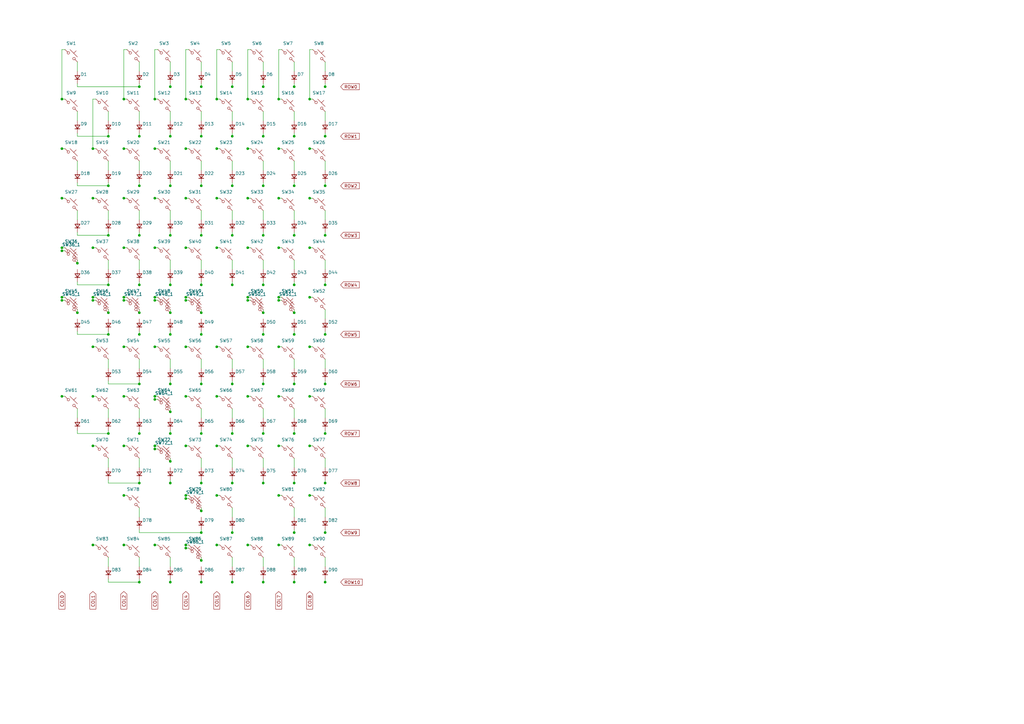
<source format=kicad_sch>
(kicad_sch (version 20230121) (generator eeschema)
  (paper "A3")
  (symbol (lib_id "Switch:SW_Push_45deg") (at 29.21 22.86 0) (unit 1)
    (property "Reference" "SW1" (at 29.21 17.78 0))
    (property "Value" "SW_Push" (effects hide))
    (property "Footprint" "Switch_Keyboard_Cherry_MX:SW_Cherry_MX_PCB_1.00u" (effects hide))
  )
  (wire (pts (xy 26.67 20.32) (xy 25.4 20.32)))
  (wire (pts (xy 25.4 20.32) (xy 25.4 242.57)))
  (global_label "COL0" (shape input) (at 25.4 242.57 270) (property "Intersheetrefs" "${INTERSHEET_REFS}" (effects hide)))
  (symbol (lib_id "Device:D_Small") (at 31.75 31.75 90) (unit 1)
    (property "Reference" "D1" (at 33.02 30.48 90) (effects (justify right)))
    (property "Value" "D" (effects hide))
    (property "Footprint" "Diode_SMD:D_SOD-123F" (effects hide))
    (property "Sim.Device" "D" (effects hide))
    (property "Sim.Pins" "1=K 2=A" (effects hide))
  )
  (wire (pts (xy 31.75 25.4) (xy 31.75 29.21)))
  (wire (pts (xy 31.75 34.29) (xy 31.75 35.56)))
  (wire (pts (xy 31.75 35.56) (xy 139.7 35.56)))
  (global_label "ROW0" (shape input) (at 139.7 35.56 0) (property "Intersheetrefs" "${INTERSHEET_REFS}" (effects hide)))
  (symbol (lib_id "Switch:SW_Push_45deg") (at 54.61 22.86 0) (unit 1)
    (property "Reference" "SW2" (at 54.61 17.78 0))
    (property "Value" "SW_Push" (effects hide))
    (property "Footprint" "Switch_Keyboard_Cherry_MX:SW_Cherry_MX_PCB_1.00u" (effects hide))
  )
  (wire (pts (xy 52.07 20.32) (xy 50.8 20.32)))
  (wire (pts (xy 50.8 20.32) (xy 50.8 242.57)))
  (global_label "COL2" (shape input) (at 50.8 242.57 270) (property "Intersheetrefs" "${INTERSHEET_REFS}" (effects hide)))
  (symbol (lib_id "Device:D_Small") (at 57.15 31.75 90) (unit 1)
    (property "Reference" "D2" (at 58.42 30.48 90) (effects (justify right)))
    (property "Value" "D" (effects hide))
    (property "Footprint" "Diode_SMD:D_SOD-123F" (effects hide))
    (property "Sim.Device" "D" (effects hide))
    (property "Sim.Pins" "1=K 2=A" (effects hide))
  )
  (wire (pts (xy 57.15 25.4) (xy 57.15 29.21)))
  (wire (pts (xy 57.15 34.29) (xy 57.15 35.56)))
  (junction (at 57.15 35.56))
  (symbol (lib_id "Switch:SW_Push_45deg") (at 67.31 22.86 0) (unit 1)
    (property "Reference" "SW3" (at 67.31 17.78 0))
    (property "Value" "SW_Push" (effects hide))
    (property "Footprint" "Switch_Keyboard_Cherry_MX:SW_Cherry_MX_PCB_1.00u" (effects hide))
  )
  (wire (pts (xy 64.77 20.32) (xy 63.5 20.32)))
  (wire (pts (xy 63.5 20.32) (xy 63.5 242.57)))
  (global_label "COL3" (shape input) (at 63.5 242.57 270) (property "Intersheetrefs" "${INTERSHEET_REFS}" (effects hide)))
  (symbol (lib_id "Device:D_Small") (at 69.85 31.75 90) (unit 1)
    (property "Reference" "D3" (at 71.12 30.48 90) (effects (justify right)))
    (property "Value" "D" (effects hide))
    (property "Footprint" "Diode_SMD:D_SOD-123F" (effects hide))
    (property "Sim.Device" "D" (effects hide))
    (property "Sim.Pins" "1=K 2=A" (effects hide))
  )
  (wire (pts (xy 69.85 25.4) (xy 69.85 29.21)))
  (wire (pts (xy 69.85 34.29) (xy 69.85 35.56)))
  (junction (at 69.85 35.56))
  (symbol (lib_id "Switch:SW_Push_45deg") (at 80.01 22.86 0) (unit 1)
    (property "Reference" "SW4" (at 80.01 17.78 0))
    (property "Value" "SW_Push" (effects hide))
    (property "Footprint" "Switch_Keyboard_Cherry_MX:SW_Cherry_MX_PCB_1.00u" (effects hide))
  )
  (wire (pts (xy 77.47 20.32) (xy 76.2 20.32)))
  (wire (pts (xy 76.2 20.32) (xy 76.2 242.57)))
  (global_label "COL4" (shape input) (at 76.2 242.57 270) (property "Intersheetrefs" "${INTERSHEET_REFS}" (effects hide)))
  (symbol (lib_id "Device:D_Small") (at 82.55 31.75 90) (unit 1)
    (property "Reference" "D4" (at 83.82 30.48 90) (effects (justify right)))
    (property "Value" "D" (effects hide))
    (property "Footprint" "Diode_SMD:D_SOD-123F" (effects hide))
    (property "Sim.Device" "D" (effects hide))
    (property "Sim.Pins" "1=K 2=A" (effects hide))
  )
  (wire (pts (xy 82.55 25.4) (xy 82.55 29.21)))
  (wire (pts (xy 82.55 34.29) (xy 82.55 35.56)))
  (junction (at 82.55 35.56))
  (symbol (lib_id "Switch:SW_Push_45deg") (at 92.71 22.86 0) (unit 1)
    (property "Reference" "SW5" (at 92.71 17.78 0))
    (property "Value" "SW_Push" (effects hide))
    (property "Footprint" "Switch_Keyboard_Cherry_MX:SW_Cherry_MX_PCB_1.00u" (effects hide))
  )
  (wire (pts (xy 90.17 20.32) (xy 88.9 20.32)))
  (wire (pts (xy 88.9 20.32) (xy 88.9 242.57)))
  (global_label "COL5" (shape input) (at 88.9 242.57 270) (property "Intersheetrefs" "${INTERSHEET_REFS}" (effects hide)))
  (symbol (lib_id "Device:D_Small") (at 95.25 31.75 90) (unit 1)
    (property "Reference" "D5" (at 96.52 30.48 90) (effects (justify right)))
    (property "Value" "D" (effects hide))
    (property "Footprint" "Diode_SMD:D_SOD-123F" (effects hide))
    (property "Sim.Device" "D" (effects hide))
    (property "Sim.Pins" "1=K 2=A" (effects hide))
  )
  (wire (pts (xy 95.25 25.4) (xy 95.25 29.21)))
  (wire (pts (xy 95.25 34.29) (xy 95.25 35.56)))
  (junction (at 95.25 35.56))
  (symbol (lib_id "Switch:SW_Push_45deg") (at 105.41 22.86 0) (unit 1)
    (property "Reference" "SW6" (at 105.41 17.78 0))
    (property "Value" "SW_Push" (effects hide))
    (property "Footprint" "Switch_Keyboard_Cherry_MX:SW_Cherry_MX_PCB_1.00u" (effects hide))
  )
  (wire (pts (xy 102.87 20.32) (xy 101.6 20.32)))
  (wire (pts (xy 101.6 20.32) (xy 101.6 242.57)))
  (global_label "COL6" (shape input) (at 101.6 242.57 270) (property "Intersheetrefs" "${INTERSHEET_REFS}" (effects hide)))
  (symbol (lib_id "Device:D_Small") (at 107.95 31.75 90) (unit 1)
    (property "Reference" "D6" (at 109.22 30.48 90) (effects (justify right)))
    (property "Value" "D" (effects hide))
    (property "Footprint" "Diode_SMD:D_SOD-123F" (effects hide))
    (property "Sim.Device" "D" (effects hide))
    (property "Sim.Pins" "1=K 2=A" (effects hide))
  )
  (wire (pts (xy 107.95 25.4) (xy 107.95 29.21)))
  (wire (pts (xy 107.95 34.29) (xy 107.95 35.56)))
  (junction (at 107.95 35.56))
  (symbol (lib_id "Switch:SW_Push_45deg") (at 118.11 22.86 0) (unit 1)
    (property "Reference" "SW7" (at 118.11 17.78 0))
    (property "Value" "SW_Push" (effects hide))
    (property "Footprint" "Switch_Keyboard_Cherry_MX:SW_Cherry_MX_PCB_1.00u" (effects hide))
  )
  (wire (pts (xy 115.57 20.32) (xy 114.3 20.32)))
  (wire (pts (xy 114.3 20.32) (xy 114.3 242.57)))
  (global_label "COL7" (shape input) (at 114.3 242.57 270) (property "Intersheetrefs" "${INTERSHEET_REFS}" (effects hide)))
  (symbol (lib_id "Device:D_Small") (at 120.65 31.75 90) (unit 1)
    (property "Reference" "D7" (at 121.92 30.48 90) (effects (justify right)))
    (property "Value" "D" (effects hide))
    (property "Footprint" "Diode_SMD:D_SOD-123F" (effects hide))
    (property "Sim.Device" "D" (effects hide))
    (property "Sim.Pins" "1=K 2=A" (effects hide))
  )
  (wire (pts (xy 120.65 25.4) (xy 120.65 29.21)))
  (wire (pts (xy 120.65 34.29) (xy 120.65 35.56)))
  (junction (at 120.65 35.56))
  (symbol (lib_id "Switch:SW_Push_45deg") (at 130.81 22.86 0) (unit 1)
    (property "Reference" "SW8" (at 130.81 17.78 0))
    (property "Value" "SW_Push" (effects hide))
    (property "Footprint" "Switch_Keyboard_Cherry_MX:SW_Cherry_MX_PCB_1.00u" (effects hide))
  )
  (wire (pts (xy 128.27 20.32) (xy 127.0 20.32)))
  (wire (pts (xy 127.0 20.32) (xy 127.0 242.57)))
  (global_label "COL8" (shape input) (at 127.0 242.57 270) (property "Intersheetrefs" "${INTERSHEET_REFS}" (effects hide)))
  (symbol (lib_id "Device:D_Small") (at 133.35 31.75 90) (unit 1)
    (property "Reference" "D8" (at 134.62 30.48 90) (effects (justify right)))
    (property "Value" "D" (effects hide))
    (property "Footprint" "Diode_SMD:D_SOD-123F" (effects hide))
    (property "Sim.Device" "D" (effects hide))
    (property "Sim.Pins" "1=K 2=A" (effects hide))
  )
  (wire (pts (xy 133.35 25.4) (xy 133.35 29.21)))
  (wire (pts (xy 133.35 34.29) (xy 133.35 35.56)))
  (junction (at 133.35 35.56))
  (symbol (lib_id "Switch:SW_Push_45deg") (at 29.21 43.18 0) (unit 1)
    (property "Reference" "SW9" (at 29.21 38.1 0))
    (property "Value" "SW_Push" (effects hide))
    (property "Footprint" "Switch_Keyboard_Cherry_MX:SW_Cherry_MX_PCB_1.00u" (effects hide))
  )
  (wire (pts (xy 26.67 40.64) (xy 25.4 40.64)))
  (junction (at 25.4 40.64))
  (symbol (lib_id "Device:D_Small") (at 31.75 52.07 90) (unit 1)
    (property "Reference" "D9" (at 33.02 50.8 90) (effects (justify right)))
    (property "Value" "D" (effects hide))
    (property "Footprint" "Diode_SMD:D_SOD-123F" (effects hide))
    (property "Sim.Device" "D" (effects hide))
    (property "Sim.Pins" "1=K 2=A" (effects hide))
  )
  (wire (pts (xy 31.75 45.72) (xy 31.75 49.53)))
  (wire (pts (xy 31.75 54.61) (xy 31.75 55.88)))
  (wire (pts (xy 31.75 55.88) (xy 139.7 55.88)))
  (global_label "ROW1" (shape input) (at 139.7 55.88 0) (property "Intersheetrefs" "${INTERSHEET_REFS}" (effects hide)))
  (symbol (lib_id "Switch:SW_Push_45deg") (at 41.91 43.18 0) (unit 1)
    (property "Reference" "SW10" (at 41.91 38.1 0))
    (property "Value" "SW_Push" (effects hide))
    (property "Footprint" "Switch_Keyboard_Cherry_MX:SW_Cherry_MX_PCB_1.00u" (effects hide))
  )
  (wire (pts (xy 39.37 40.64) (xy 38.1 40.64)))
  (wire (pts (xy 38.1 40.64) (xy 38.1 242.57)))
  (global_label "COL1" (shape input) (at 38.1 242.57 270) (property "Intersheetrefs" "${INTERSHEET_REFS}" (effects hide)))
  (symbol (lib_id "Device:D_Small") (at 44.45 52.07 90) (unit 1)
    (property "Reference" "D10" (at 45.72 50.8 90) (effects (justify right)))
    (property "Value" "D" (effects hide))
    (property "Footprint" "Diode_SMD:D_SOD-123F" (effects hide))
    (property "Sim.Device" "D" (effects hide))
    (property "Sim.Pins" "1=K 2=A" (effects hide))
  )
  (wire (pts (xy 44.45 45.72) (xy 44.45 49.53)))
  (wire (pts (xy 44.45 54.61) (xy 44.45 55.88)))
  (junction (at 44.45 55.88))
  (symbol (lib_id "Switch:SW_Push_45deg") (at 54.61 43.18 0) (unit 1)
    (property "Reference" "SW11" (at 54.61 38.1 0))
    (property "Value" "SW_Push" (effects hide))
    (property "Footprint" "Switch_Keyboard_Cherry_MX:SW_Cherry_MX_PCB_1.00u" (effects hide))
  )
  (wire (pts (xy 52.07 40.64) (xy 50.8 40.64)))
  (junction (at 50.8 40.64))
  (symbol (lib_id "Device:D_Small") (at 57.15 52.07 90) (unit 1)
    (property "Reference" "D11" (at 58.42 50.8 90) (effects (justify right)))
    (property "Value" "D" (effects hide))
    (property "Footprint" "Diode_SMD:D_SOD-123F" (effects hide))
    (property "Sim.Device" "D" (effects hide))
    (property "Sim.Pins" "1=K 2=A" (effects hide))
  )
  (wire (pts (xy 57.15 45.72) (xy 57.15 49.53)))
  (wire (pts (xy 57.15 54.61) (xy 57.15 55.88)))
  (junction (at 57.15 55.88))
  (symbol (lib_id "Switch:SW_Push_45deg") (at 67.31 43.18 0) (unit 1)
    (property "Reference" "SW12" (at 67.31 38.1 0))
    (property "Value" "SW_Push" (effects hide))
    (property "Footprint" "Switch_Keyboard_Cherry_MX:SW_Cherry_MX_PCB_1.00u" (effects hide))
  )
  (wire (pts (xy 64.77 40.64) (xy 63.5 40.64)))
  (junction (at 63.5 40.64))
  (symbol (lib_id "Device:D_Small") (at 69.85 52.07 90) (unit 1)
    (property "Reference" "D12" (at 71.12 50.8 90) (effects (justify right)))
    (property "Value" "D" (effects hide))
    (property "Footprint" "Diode_SMD:D_SOD-123F" (effects hide))
    (property "Sim.Device" "D" (effects hide))
    (property "Sim.Pins" "1=K 2=A" (effects hide))
  )
  (wire (pts (xy 69.85 45.72) (xy 69.85 49.53)))
  (wire (pts (xy 69.85 54.61) (xy 69.85 55.88)))
  (junction (at 69.85 55.88))
  (symbol (lib_id "Switch:SW_Push_45deg") (at 80.01 43.18 0) (unit 1)
    (property "Reference" "SW13" (at 80.01 38.1 0))
    (property "Value" "SW_Push" (effects hide))
    (property "Footprint" "Switch_Keyboard_Cherry_MX:SW_Cherry_MX_PCB_1.00u" (effects hide))
  )
  (wire (pts (xy 77.47 40.64) (xy 76.2 40.64)))
  (junction (at 76.2 40.64))
  (symbol (lib_id "Device:D_Small") (at 82.55 52.07 90) (unit 1)
    (property "Reference" "D13" (at 83.82 50.8 90) (effects (justify right)))
    (property "Value" "D" (effects hide))
    (property "Footprint" "Diode_SMD:D_SOD-123F" (effects hide))
    (property "Sim.Device" "D" (effects hide))
    (property "Sim.Pins" "1=K 2=A" (effects hide))
  )
  (wire (pts (xy 82.55 45.72) (xy 82.55 49.53)))
  (wire (pts (xy 82.55 54.61) (xy 82.55 55.88)))
  (junction (at 82.55 55.88))
  (symbol (lib_id "Switch:SW_Push_45deg") (at 92.71 43.18 0) (unit 1)
    (property "Reference" "SW14" (at 92.71 38.1 0))
    (property "Value" "SW_Push" (effects hide))
    (property "Footprint" "Switch_Keyboard_Cherry_MX:SW_Cherry_MX_PCB_1.00u" (effects hide))
  )
  (wire (pts (xy 90.17 40.64) (xy 88.9 40.64)))
  (junction (at 88.9 40.64))
  (symbol (lib_id "Device:D_Small") (at 95.25 52.07 90) (unit 1)
    (property "Reference" "D14" (at 96.52 50.8 90) (effects (justify right)))
    (property "Value" "D" (effects hide))
    (property "Footprint" "Diode_SMD:D_SOD-123F" (effects hide))
    (property "Sim.Device" "D" (effects hide))
    (property "Sim.Pins" "1=K 2=A" (effects hide))
  )
  (wire (pts (xy 95.25 45.72) (xy 95.25 49.53)))
  (wire (pts (xy 95.25 54.61) (xy 95.25 55.88)))
  (junction (at 95.25 55.88))
  (symbol (lib_id "Switch:SW_Push_45deg") (at 105.41 43.18 0) (unit 1)
    (property "Reference" "SW15" (at 105.41 38.1 0))
    (property "Value" "SW_Push" (effects hide))
    (property "Footprint" "Switch_Keyboard_Cherry_MX:SW_Cherry_MX_PCB_1.00u" (effects hide))
  )
  (wire (pts (xy 102.87 40.64) (xy 101.6 40.64)))
  (junction (at 101.6 40.64))
  (symbol (lib_id "Device:D_Small") (at 107.95 52.07 90) (unit 1)
    (property "Reference" "D15" (at 109.22 50.8 90) (effects (justify right)))
    (property "Value" "D" (effects hide))
    (property "Footprint" "Diode_SMD:D_SOD-123F" (effects hide))
    (property "Sim.Device" "D" (effects hide))
    (property "Sim.Pins" "1=K 2=A" (effects hide))
  )
  (wire (pts (xy 107.95 45.72) (xy 107.95 49.53)))
  (wire (pts (xy 107.95 54.61) (xy 107.95 55.88)))
  (junction (at 107.95 55.88))
  (symbol (lib_id "Switch:SW_Push_45deg") (at 118.11 43.18 0) (unit 1)
    (property "Reference" "SW16" (at 118.11 38.1 0))
    (property "Value" "SW_Push" (effects hide))
    (property "Footprint" "Switch_Keyboard_Cherry_MX:SW_Cherry_MX_PCB_1.00u" (effects hide))
  )
  (wire (pts (xy 115.57 40.64) (xy 114.3 40.64)))
  (junction (at 114.3 40.64))
  (symbol (lib_id "Device:D_Small") (at 120.65 52.07 90) (unit 1)
    (property "Reference" "D16" (at 121.92 50.8 90) (effects (justify right)))
    (property "Value" "D" (effects hide))
    (property "Footprint" "Diode_SMD:D_SOD-123F" (effects hide))
    (property "Sim.Device" "D" (effects hide))
    (property "Sim.Pins" "1=K 2=A" (effects hide))
  )
  (wire (pts (xy 120.65 45.72) (xy 120.65 49.53)))
  (wire (pts (xy 120.65 54.61) (xy 120.65 55.88)))
  (junction (at 120.65 55.88))
  (symbol (lib_id "Switch:SW_Push_45deg") (at 130.81 43.18 0) (unit 1)
    (property "Reference" "SW17" (at 130.81 38.1 0))
    (property "Value" "SW_Push" (effects hide))
    (property "Footprint" "Switch_Keyboard_Cherry_MX:SW_Cherry_MX_PCB_1.00u" (effects hide))
  )
  (wire (pts (xy 128.27 40.64) (xy 127.0 40.64)))
  (junction (at 127.0 40.64))
  (symbol (lib_id "Device:D_Small") (at 133.35 52.07 90) (unit 1)
    (property "Reference" "D17" (at 134.62 50.8 90) (effects (justify right)))
    (property "Value" "D" (effects hide))
    (property "Footprint" "Diode_SMD:D_SOD-123F" (effects hide))
    (property "Sim.Device" "D" (effects hide))
    (property "Sim.Pins" "1=K 2=A" (effects hide))
  )
  (wire (pts (xy 133.35 45.72) (xy 133.35 49.53)))
  (wire (pts (xy 133.35 54.61) (xy 133.35 55.88)))
  (junction (at 133.35 55.88))
  (symbol (lib_id "Switch:SW_Push_45deg") (at 29.21 63.5 0) (unit 1)
    (property "Reference" "SW18" (at 29.21 58.42 0))
    (property "Value" "SW_Push" (effects hide))
    (property "Footprint" "Switch_Keyboard_Cherry_MX:SW_Cherry_MX_PCB_1.00u" (effects hide))
  )
  (wire (pts (xy 26.67 60.96) (xy 25.4 60.96)))
  (junction (at 25.4 60.96))
  (symbol (lib_id "Device:D_Small") (at 31.75 72.39 90) (unit 1)
    (property "Reference" "D18" (at 33.02 71.12 90) (effects (justify right)))
    (property "Value" "D" (effects hide))
    (property "Footprint" "Diode_SMD:D_SOD-123F" (effects hide))
    (property "Sim.Device" "D" (effects hide))
    (property "Sim.Pins" "1=K 2=A" (effects hide))
  )
  (wire (pts (xy 31.75 66.04) (xy 31.75 69.85)))
  (wire (pts (xy 31.75 74.93) (xy 31.75 76.2)))
  (wire (pts (xy 31.75 76.2) (xy 139.7 76.2)))
  (global_label "ROW2" (shape input) (at 139.7 76.2 0) (property "Intersheetrefs" "${INTERSHEET_REFS}" (effects hide)))
  (symbol (lib_id "Switch:SW_Push_45deg") (at 41.91 63.5 0) (unit 1)
    (property "Reference" "SW19" (at 41.91 58.42 0))
    (property "Value" "SW_Push" (effects hide))
    (property "Footprint" "Switch_Keyboard_Cherry_MX:SW_Cherry_MX_PCB_1.00u" (effects hide))
  )
  (wire (pts (xy 39.37 60.96) (xy 38.1 60.96)))
  (junction (at 38.1 60.96))
  (symbol (lib_id "Device:D_Small") (at 44.45 72.39 90) (unit 1)
    (property "Reference" "D19" (at 45.72 71.12 90) (effects (justify right)))
    (property "Value" "D" (effects hide))
    (property "Footprint" "Diode_SMD:D_SOD-123F" (effects hide))
    (property "Sim.Device" "D" (effects hide))
    (property "Sim.Pins" "1=K 2=A" (effects hide))
  )
  (wire (pts (xy 44.45 66.04) (xy 44.45 69.85)))
  (wire (pts (xy 44.45 74.93) (xy 44.45 76.2)))
  (junction (at 44.45 76.2))
  (symbol (lib_id "Switch:SW_Push_45deg") (at 54.61 63.5 0) (unit 1)
    (property "Reference" "SW20" (at 54.61 58.42 0))
    (property "Value" "SW_Push" (effects hide))
    (property "Footprint" "Switch_Keyboard_Cherry_MX:SW_Cherry_MX_PCB_1.00u" (effects hide))
  )
  (wire (pts (xy 52.07 60.96) (xy 50.8 60.96)))
  (junction (at 50.8 60.96))
  (symbol (lib_id "Device:D_Small") (at 57.15 72.39 90) (unit 1)
    (property "Reference" "D20" (at 58.42 71.12 90) (effects (justify right)))
    (property "Value" "D" (effects hide))
    (property "Footprint" "Diode_SMD:D_SOD-123F" (effects hide))
    (property "Sim.Device" "D" (effects hide))
    (property "Sim.Pins" "1=K 2=A" (effects hide))
  )
  (wire (pts (xy 57.15 66.04) (xy 57.15 69.85)))
  (wire (pts (xy 57.15 74.93) (xy 57.15 76.2)))
  (junction (at 57.15 76.2))
  (symbol (lib_id "Switch:SW_Push_45deg") (at 67.31 63.5 0) (unit 1)
    (property "Reference" "SW21" (at 67.31 58.42 0))
    (property "Value" "SW_Push" (effects hide))
    (property "Footprint" "Switch_Keyboard_Cherry_MX:SW_Cherry_MX_PCB_1.00u" (effects hide))
  )
  (wire (pts (xy 64.77 60.96) (xy 63.5 60.96)))
  (junction (at 63.5 60.96))
  (symbol (lib_id "Device:D_Small") (at 69.85 72.39 90) (unit 1)
    (property "Reference" "D21" (at 71.12 71.12 90) (effects (justify right)))
    (property "Value" "D" (effects hide))
    (property "Footprint" "Diode_SMD:D_SOD-123F" (effects hide))
    (property "Sim.Device" "D" (effects hide))
    (property "Sim.Pins" "1=K 2=A" (effects hide))
  )
  (wire (pts (xy 69.85 66.04) (xy 69.85 69.85)))
  (wire (pts (xy 69.85 74.93) (xy 69.85 76.2)))
  (junction (at 69.85 76.2))
  (symbol (lib_id "Switch:SW_Push_45deg") (at 80.01 63.5 0) (unit 1)
    (property "Reference" "SW22" (at 80.01 58.42 0))
    (property "Value" "SW_Push" (effects hide))
    (property "Footprint" "Switch_Keyboard_Cherry_MX:SW_Cherry_MX_PCB_1.00u" (effects hide))
  )
  (wire (pts (xy 77.47 60.96) (xy 76.2 60.96)))
  (junction (at 76.2 60.96))
  (symbol (lib_id "Device:D_Small") (at 82.55 72.39 90) (unit 1)
    (property "Reference" "D22" (at 83.82 71.12 90) (effects (justify right)))
    (property "Value" "D" (effects hide))
    (property "Footprint" "Diode_SMD:D_SOD-123F" (effects hide))
    (property "Sim.Device" "D" (effects hide))
    (property "Sim.Pins" "1=K 2=A" (effects hide))
  )
  (wire (pts (xy 82.55 66.04) (xy 82.55 69.85)))
  (wire (pts (xy 82.55 74.93) (xy 82.55 76.2)))
  (junction (at 82.55 76.2))
  (symbol (lib_id "Switch:SW_Push_45deg") (at 92.71 63.5 0) (unit 1)
    (property "Reference" "SW23" (at 92.71 58.42 0))
    (property "Value" "SW_Push" (effects hide))
    (property "Footprint" "Switch_Keyboard_Cherry_MX:SW_Cherry_MX_PCB_1.00u" (effects hide))
  )
  (wire (pts (xy 90.17 60.96) (xy 88.9 60.96)))
  (junction (at 88.9 60.96))
  (symbol (lib_id "Device:D_Small") (at 95.25 72.39 90) (unit 1)
    (property "Reference" "D23" (at 96.52 71.12 90) (effects (justify right)))
    (property "Value" "D" (effects hide))
    (property "Footprint" "Diode_SMD:D_SOD-123F" (effects hide))
    (property "Sim.Device" "D" (effects hide))
    (property "Sim.Pins" "1=K 2=A" (effects hide))
  )
  (wire (pts (xy 95.25 66.04) (xy 95.25 69.85)))
  (wire (pts (xy 95.25 74.93) (xy 95.25 76.2)))
  (junction (at 95.25 76.2))
  (symbol (lib_id "Switch:SW_Push_45deg") (at 105.41 63.5 0) (unit 1)
    (property "Reference" "SW24" (at 105.41 58.42 0))
    (property "Value" "SW_Push" (effects hide))
    (property "Footprint" "Switch_Keyboard_Cherry_MX:SW_Cherry_MX_PCB_1.00u" (effects hide))
  )
  (wire (pts (xy 102.87 60.96) (xy 101.6 60.96)))
  (junction (at 101.6 60.96))
  (symbol (lib_id "Device:D_Small") (at 107.95 72.39 90) (unit 1)
    (property "Reference" "D24" (at 109.22 71.12 90) (effects (justify right)))
    (property "Value" "D" (effects hide))
    (property "Footprint" "Diode_SMD:D_SOD-123F" (effects hide))
    (property "Sim.Device" "D" (effects hide))
    (property "Sim.Pins" "1=K 2=A" (effects hide))
  )
  (wire (pts (xy 107.95 66.04) (xy 107.95 69.85)))
  (wire (pts (xy 107.95 74.93) (xy 107.95 76.2)))
  (junction (at 107.95 76.2))
  (symbol (lib_id "Switch:SW_Push_45deg") (at 118.11 63.5 0) (unit 1)
    (property "Reference" "SW25" (at 118.11 58.42 0))
    (property "Value" "SW_Push" (effects hide))
    (property "Footprint" "Switch_Keyboard_Cherry_MX:SW_Cherry_MX_PCB_1.00u" (effects hide))
  )
  (wire (pts (xy 115.57 60.96) (xy 114.3 60.96)))
  (junction (at 114.3 60.96))
  (symbol (lib_id "Device:D_Small") (at 120.65 72.39 90) (unit 1)
    (property "Reference" "D25" (at 121.92 71.12 90) (effects (justify right)))
    (property "Value" "D" (effects hide))
    (property "Footprint" "Diode_SMD:D_SOD-123F" (effects hide))
    (property "Sim.Device" "D" (effects hide))
    (property "Sim.Pins" "1=K 2=A" (effects hide))
  )
  (wire (pts (xy 120.65 66.04) (xy 120.65 69.85)))
  (wire (pts (xy 120.65 74.93) (xy 120.65 76.2)))
  (junction (at 120.65 76.2))
  (symbol (lib_id "Switch:SW_Push_45deg") (at 130.81 63.5 0) (unit 1)
    (property "Reference" "SW26" (at 130.81 58.42 0))
    (property "Value" "SW_Push" (effects hide))
    (property "Footprint" "Switch_Keyboard_Cherry_MX:SW_Cherry_MX_PCB_1.00u" (effects hide))
  )
  (wire (pts (xy 128.27 60.96) (xy 127.0 60.96)))
  (junction (at 127.0 60.96))
  (symbol (lib_id "Device:D_Small") (at 133.35 72.39 90) (unit 1)
    (property "Reference" "D26" (at 134.62 71.12 90) (effects (justify right)))
    (property "Value" "D" (effects hide))
    (property "Footprint" "Diode_SMD:D_SOD-123F" (effects hide))
    (property "Sim.Device" "D" (effects hide))
    (property "Sim.Pins" "1=K 2=A" (effects hide))
  )
  (wire (pts (xy 133.35 66.04) (xy 133.35 69.85)))
  (wire (pts (xy 133.35 74.93) (xy 133.35 76.2)))
  (junction (at 133.35 76.2))
  (symbol (lib_id "Switch:SW_Push_45deg") (at 29.21 83.82 0) (unit 1)
    (property "Reference" "SW27" (at 29.21 78.74 0))
    (property "Value" "SW_Push" (effects hide))
    (property "Footprint" "Switch_Keyboard_Cherry_MX:SW_Cherry_MX_PCB_1.00u" (effects hide))
  )
  (wire (pts (xy 26.67 81.28) (xy 25.4 81.28)))
  (junction (at 25.4 81.28))
  (symbol (lib_id "Device:D_Small") (at 31.75 92.71 90) (unit 1)
    (property "Reference" "D27" (at 33.02 91.44 90) (effects (justify right)))
    (property "Value" "D" (effects hide))
    (property "Footprint" "Diode_SMD:D_SOD-123F" (effects hide))
    (property "Sim.Device" "D" (effects hide))
    (property "Sim.Pins" "1=K 2=A" (effects hide))
  )
  (wire (pts (xy 31.75 86.36) (xy 31.75 90.17)))
  (wire (pts (xy 31.75 95.25) (xy 31.75 96.52)))
  (wire (pts (xy 31.75 96.52) (xy 139.7 96.52)))
  (global_label "ROW3" (shape input) (at 139.7 96.52 0) (property "Intersheetrefs" "${INTERSHEET_REFS}" (effects hide)))
  (symbol (lib_id "Switch:SW_Push_45deg") (at 41.91 83.82 0) (unit 1)
    (property "Reference" "SW28" (at 41.91 78.74 0))
    (property "Value" "SW_Push" (effects hide))
    (property "Footprint" "Switch_Keyboard_Cherry_MX:SW_Cherry_MX_PCB_1.00u" (effects hide))
  )
  (wire (pts (xy 39.37 81.28) (xy 38.1 81.28)))
  (junction (at 38.1 81.28))
  (symbol (lib_id "Device:D_Small") (at 44.45 92.71 90) (unit 1)
    (property "Reference" "D28" (at 45.72 91.44 90) (effects (justify right)))
    (property "Value" "D" (effects hide))
    (property "Footprint" "Diode_SMD:D_SOD-123F" (effects hide))
    (property "Sim.Device" "D" (effects hide))
    (property "Sim.Pins" "1=K 2=A" (effects hide))
  )
  (wire (pts (xy 44.45 86.36) (xy 44.45 90.17)))
  (wire (pts (xy 44.45 95.25) (xy 44.45 96.52)))
  (junction (at 44.45 96.52))
  (symbol (lib_id "Switch:SW_Push_45deg") (at 54.61 83.82 0) (unit 1)
    (property "Reference" "SW29" (at 54.61 78.74 0))
    (property "Value" "SW_Push" (effects hide))
    (property "Footprint" "Switch_Keyboard_Cherry_MX:SW_Cherry_MX_PCB_1.00u" (effects hide))
  )
  (wire (pts (xy 52.07 81.28) (xy 50.8 81.28)))
  (junction (at 50.8 81.28))
  (symbol (lib_id "Device:D_Small") (at 57.15 92.71 90) (unit 1)
    (property "Reference" "D29" (at 58.42 91.44 90) (effects (justify right)))
    (property "Value" "D" (effects hide))
    (property "Footprint" "Diode_SMD:D_SOD-123F" (effects hide))
    (property "Sim.Device" "D" (effects hide))
    (property "Sim.Pins" "1=K 2=A" (effects hide))
  )
  (wire (pts (xy 57.15 86.36) (xy 57.15 90.17)))
  (wire (pts (xy 57.15 95.25) (xy 57.15 96.52)))
  (junction (at 57.15 96.52))
  (symbol (lib_id "Switch:SW_Push_45deg") (at 67.31 83.82 0) (unit 1)
    (property "Reference" "SW30" (at 67.31 78.74 0))
    (property "Value" "SW_Push" (effects hide))
    (property "Footprint" "Switch_Keyboard_Cherry_MX:SW_Cherry_MX_PCB_1.00u" (effects hide))
  )
  (wire (pts (xy 64.77 81.28) (xy 63.5 81.28)))
  (junction (at 63.5 81.28))
  (symbol (lib_id "Device:D_Small") (at 69.85 92.71 90) (unit 1)
    (property "Reference" "D30" (at 71.12 91.44 90) (effects (justify right)))
    (property "Value" "D" (effects hide))
    (property "Footprint" "Diode_SMD:D_SOD-123F" (effects hide))
    (property "Sim.Device" "D" (effects hide))
    (property "Sim.Pins" "1=K 2=A" (effects hide))
  )
  (wire (pts (xy 69.85 86.36) (xy 69.85 90.17)))
  (wire (pts (xy 69.85 95.25) (xy 69.85 96.52)))
  (junction (at 69.85 96.52))
  (symbol (lib_id "Switch:SW_Push_45deg") (at 80.01 83.82 0) (unit 1)
    (property "Reference" "SW31" (at 80.01 78.74 0))
    (property "Value" "SW_Push" (effects hide))
    (property "Footprint" "Switch_Keyboard_Cherry_MX:SW_Cherry_MX_PCB_1.00u" (effects hide))
  )
  (wire (pts (xy 77.47 81.28) (xy 76.2 81.28)))
  (junction (at 76.2 81.28))
  (symbol (lib_id "Device:D_Small") (at 82.55 92.71 90) (unit 1)
    (property "Reference" "D31" (at 83.82 91.44 90) (effects (justify right)))
    (property "Value" "D" (effects hide))
    (property "Footprint" "Diode_SMD:D_SOD-123F" (effects hide))
    (property "Sim.Device" "D" (effects hide))
    (property "Sim.Pins" "1=K 2=A" (effects hide))
  )
  (wire (pts (xy 82.55 86.36) (xy 82.55 90.17)))
  (wire (pts (xy 82.55 95.25) (xy 82.55 96.52)))
  (junction (at 82.55 96.52))
  (symbol (lib_id "Switch:SW_Push_45deg") (at 92.71 83.82 0) (unit 1)
    (property "Reference" "SW32" (at 92.71 78.74 0))
    (property "Value" "SW_Push" (effects hide))
    (property "Footprint" "Switch_Keyboard_Cherry_MX:SW_Cherry_MX_PCB_1.00u" (effects hide))
  )
  (wire (pts (xy 90.17 81.28) (xy 88.9 81.28)))
  (junction (at 88.9 81.28))
  (symbol (lib_id "Device:D_Small") (at 95.25 92.71 90) (unit 1)
    (property "Reference" "D32" (at 96.52 91.44 90) (effects (justify right)))
    (property "Value" "D" (effects hide))
    (property "Footprint" "Diode_SMD:D_SOD-123F" (effects hide))
    (property "Sim.Device" "D" (effects hide))
    (property "Sim.Pins" "1=K 2=A" (effects hide))
  )
  (wire (pts (xy 95.25 86.36) (xy 95.25 90.17)))
  (wire (pts (xy 95.25 95.25) (xy 95.25 96.52)))
  (junction (at 95.25 96.52))
  (symbol (lib_id "Switch:SW_Push_45deg") (at 105.41 83.82 0) (unit 1)
    (property "Reference" "SW33" (at 105.41 78.74 0))
    (property "Value" "SW_Push" (effects hide))
    (property "Footprint" "Switch_Keyboard_Cherry_MX:SW_Cherry_MX_PCB_1.00u" (effects hide))
  )
  (wire (pts (xy 102.87 81.28) (xy 101.6 81.28)))
  (junction (at 101.6 81.28))
  (symbol (lib_id "Device:D_Small") (at 107.95 92.71 90) (unit 1)
    (property "Reference" "D33" (at 109.22 91.44 90) (effects (justify right)))
    (property "Value" "D" (effects hide))
    (property "Footprint" "Diode_SMD:D_SOD-123F" (effects hide))
    (property "Sim.Device" "D" (effects hide))
    (property "Sim.Pins" "1=K 2=A" (effects hide))
  )
  (wire (pts (xy 107.95 86.36) (xy 107.95 90.17)))
  (wire (pts (xy 107.95 95.25) (xy 107.95 96.52)))
  (junction (at 107.95 96.52))
  (symbol (lib_id "Switch:SW_Push_45deg") (at 118.11 83.82 0) (unit 1)
    (property "Reference" "SW34" (at 118.11 78.74 0))
    (property "Value" "SW_Push" (effects hide))
    (property "Footprint" "Switch_Keyboard_Cherry_MX:SW_Cherry_MX_PCB_1.00u" (effects hide))
  )
  (wire (pts (xy 115.57 81.28) (xy 114.3 81.28)))
  (junction (at 114.3 81.28))
  (symbol (lib_id "Device:D_Small") (at 120.65 92.71 90) (unit 1)
    (property "Reference" "D34" (at 121.92 91.44 90) (effects (justify right)))
    (property "Value" "D" (effects hide))
    (property "Footprint" "Diode_SMD:D_SOD-123F" (effects hide))
    (property "Sim.Device" "D" (effects hide))
    (property "Sim.Pins" "1=K 2=A" (effects hide))
  )
  (wire (pts (xy 120.65 86.36) (xy 120.65 90.17)))
  (wire (pts (xy 120.65 95.25) (xy 120.65 96.52)))
  (junction (at 120.65 96.52))
  (symbol (lib_id "Switch:SW_Push_45deg") (at 130.81 83.82 0) (unit 1)
    (property "Reference" "SW35" (at 130.81 78.74 0))
    (property "Value" "SW_Push" (effects hide))
    (property "Footprint" "Switch_Keyboard_Cherry_MX:SW_Cherry_MX_PCB_1.00u" (effects hide))
  )
  (wire (pts (xy 128.27 81.28) (xy 127.0 81.28)))
  (junction (at 127.0 81.28))
  (symbol (lib_id "Device:D_Small") (at 133.35 92.71 90) (unit 1)
    (property "Reference" "D35" (at 134.62 91.44 90) (effects (justify right)))
    (property "Value" "D" (effects hide))
    (property "Footprint" "Diode_SMD:D_SOD-123F" (effects hide))
    (property "Sim.Device" "D" (effects hide))
    (property "Sim.Pins" "1=K 2=A" (effects hide))
  )
  (wire (pts (xy 133.35 86.36) (xy 133.35 90.17)))
  (wire (pts (xy 133.35 95.25) (xy 133.35 96.52)))
  (junction (at 133.35 96.52))
  (symbol (lib_id "Switch:SW_Push_45deg") (at 29.21 104.14 0) (unit 1)
    (property "Reference" "SW36" (at 29.21 99.06 0))
    (property "Value" "SW_Push" (effects hide))
    (property "Footprint" "Switch_Keyboard_Cherry_MX:SW_Cherry_MX_PCB_1.00u" (effects hide))
  )
  (wire (pts (xy 26.67 101.6) (xy 25.4 101.6)))
  (junction (at 25.4 101.6))
  (symbol (lib_id "Device:D_Small") (at 31.75 113.03 90) (unit 1)
    (property "Reference" "D36" (at 33.02 111.76 90) (effects (justify right)))
    (property "Value" "D" (effects hide))
    (property "Footprint" "Diode_SMD:D_SOD-123F" (effects hide))
    (property "Sim.Device" "D" (effects hide))
    (property "Sim.Pins" "1=K 2=A" (effects hide))
  )
  (wire (pts (xy 31.75 106.68) (xy 31.75 110.49)))
  (wire (pts (xy 31.75 115.57) (xy 31.75 116.84)))
  (wire (pts (xy 31.75 116.84) (xy 139.7 116.84)))
  (global_label "ROW4" (shape input) (at 139.7 116.84 0) (property "Intersheetrefs" "${INTERSHEET_REFS}" (effects hide)))
  (symbol (lib_id "Switch:SW_Push_45deg") (at 29.21 105.41 0) (unit 1)
    (property "Reference" "SW36_1" (at 29.21 100.33 0))
    (property "Value" "SW_Push" (effects hide))
    (property "Footprint" "Switch_Keyboard_Cherry_MX:SW_Cherry_MX_PCB_1.00u" (effects hide))
  )
  (junction (at 31.75 107.95))
  (wire (pts (xy 26.67 102.87) (xy 25.4 102.87)))
  (junction (at 25.4 102.87))
  (symbol (lib_id "Switch:SW_Push_45deg") (at 41.91 104.14 0) (unit 1)
    (property "Reference" "SW37" (at 41.91 99.06 0))
    (property "Value" "SW_Push" (effects hide))
    (property "Footprint" "Switch_Keyboard_Cherry_MX:SW_Cherry_MX_PCB_1.00u" (effects hide))
  )
  (wire (pts (xy 39.37 101.6) (xy 38.1 101.6)))
  (junction (at 38.1 101.6))
  (symbol (lib_id "Device:D_Small") (at 44.45 113.03 90) (unit 1)
    (property "Reference" "D37" (at 45.72 111.76 90) (effects (justify right)))
    (property "Value" "D" (effects hide))
    (property "Footprint" "Diode_SMD:D_SOD-123F" (effects hide))
    (property "Sim.Device" "D" (effects hide))
    (property "Sim.Pins" "1=K 2=A" (effects hide))
  )
  (wire (pts (xy 44.45 106.68) (xy 44.45 110.49)))
  (wire (pts (xy 44.45 115.57) (xy 44.45 116.84)))
  (junction (at 44.45 116.84))
  (symbol (lib_id "Switch:SW_Push_45deg") (at 54.61 104.14 0) (unit 1)
    (property "Reference" "SW38" (at 54.61 99.06 0))
    (property "Value" "SW_Push" (effects hide))
    (property "Footprint" "Switch_Keyboard_Cherry_MX:SW_Cherry_MX_PCB_1.00u" (effects hide))
  )
  (wire (pts (xy 52.07 101.6) (xy 50.8 101.6)))
  (junction (at 50.8 101.6))
  (symbol (lib_id "Device:D_Small") (at 57.15 113.03 90) (unit 1)
    (property "Reference" "D38" (at 58.42 111.76 90) (effects (justify right)))
    (property "Value" "D" (effects hide))
    (property "Footprint" "Diode_SMD:D_SOD-123F" (effects hide))
    (property "Sim.Device" "D" (effects hide))
    (property "Sim.Pins" "1=K 2=A" (effects hide))
  )
  (wire (pts (xy 57.15 106.68) (xy 57.15 110.49)))
  (wire (pts (xy 57.15 115.57) (xy 57.15 116.84)))
  (junction (at 57.15 116.84))
  (symbol (lib_id "Switch:SW_Push_45deg") (at 67.31 104.14 0) (unit 1)
    (property "Reference" "SW39" (at 67.31 99.06 0))
    (property "Value" "SW_Push" (effects hide))
    (property "Footprint" "Switch_Keyboard_Cherry_MX:SW_Cherry_MX_PCB_1.00u" (effects hide))
  )
  (wire (pts (xy 64.77 101.6) (xy 63.5 101.6)))
  (junction (at 63.5 101.6))
  (symbol (lib_id "Device:D_Small") (at 69.85 113.03 90) (unit 1)
    (property "Reference" "D39" (at 71.12 111.76 90) (effects (justify right)))
    (property "Value" "D" (effects hide))
    (property "Footprint" "Diode_SMD:D_SOD-123F" (effects hide))
    (property "Sim.Device" "D" (effects hide))
    (property "Sim.Pins" "1=K 2=A" (effects hide))
  )
  (wire (pts (xy 69.85 106.68) (xy 69.85 110.49)))
  (wire (pts (xy 69.85 115.57) (xy 69.85 116.84)))
  (junction (at 69.85 116.84))
  (symbol (lib_id "Switch:SW_Push_45deg") (at 80.01 104.14 0) (unit 1)
    (property "Reference" "SW40" (at 80.01 99.06 0))
    (property "Value" "SW_Push" (effects hide))
    (property "Footprint" "Switch_Keyboard_Cherry_MX:SW_Cherry_MX_PCB_1.00u" (effects hide))
  )
  (wire (pts (xy 77.47 101.6) (xy 76.2 101.6)))
  (junction (at 76.2 101.6))
  (symbol (lib_id "Device:D_Small") (at 82.55 113.03 90) (unit 1)
    (property "Reference" "D40" (at 83.82 111.76 90) (effects (justify right)))
    (property "Value" "D" (effects hide))
    (property "Footprint" "Diode_SMD:D_SOD-123F" (effects hide))
    (property "Sim.Device" "D" (effects hide))
    (property "Sim.Pins" "1=K 2=A" (effects hide))
  )
  (wire (pts (xy 82.55 106.68) (xy 82.55 110.49)))
  (wire (pts (xy 82.55 115.57) (xy 82.55 116.84)))
  (junction (at 82.55 116.84))
  (symbol (lib_id "Switch:SW_Push_45deg") (at 92.71 104.14 0) (unit 1)
    (property "Reference" "SW41" (at 92.71 99.06 0))
    (property "Value" "SW_Push" (effects hide))
    (property "Footprint" "Switch_Keyboard_Cherry_MX:SW_Cherry_MX_PCB_1.00u" (effects hide))
  )
  (wire (pts (xy 90.17 101.6) (xy 88.9 101.6)))
  (junction (at 88.9 101.6))
  (symbol (lib_id "Device:D_Small") (at 95.25 113.03 90) (unit 1)
    (property "Reference" "D41" (at 96.52 111.76 90) (effects (justify right)))
    (property "Value" "D" (effects hide))
    (property "Footprint" "Diode_SMD:D_SOD-123F" (effects hide))
    (property "Sim.Device" "D" (effects hide))
    (property "Sim.Pins" "1=K 2=A" (effects hide))
  )
  (wire (pts (xy 95.25 106.68) (xy 95.25 110.49)))
  (wire (pts (xy 95.25 115.57) (xy 95.25 116.84)))
  (junction (at 95.25 116.84))
  (symbol (lib_id "Switch:SW_Push_45deg") (at 105.41 104.14 0) (unit 1)
    (property "Reference" "SW42" (at 105.41 99.06 0))
    (property "Value" "SW_Push" (effects hide))
    (property "Footprint" "Switch_Keyboard_Cherry_MX:SW_Cherry_MX_PCB_1.00u" (effects hide))
  )
  (wire (pts (xy 102.87 101.6) (xy 101.6 101.6)))
  (junction (at 101.6 101.6))
  (symbol (lib_id "Device:D_Small") (at 107.95 113.03 90) (unit 1)
    (property "Reference" "D42" (at 109.22 111.76 90) (effects (justify right)))
    (property "Value" "D" (effects hide))
    (property "Footprint" "Diode_SMD:D_SOD-123F" (effects hide))
    (property "Sim.Device" "D" (effects hide))
    (property "Sim.Pins" "1=K 2=A" (effects hide))
  )
  (wire (pts (xy 107.95 106.68) (xy 107.95 110.49)))
  (wire (pts (xy 107.95 115.57) (xy 107.95 116.84)))
  (junction (at 107.95 116.84))
  (symbol (lib_id "Switch:SW_Push_45deg") (at 118.11 104.14 0) (unit 1)
    (property "Reference" "SW43" (at 118.11 99.06 0))
    (property "Value" "SW_Push" (effects hide))
    (property "Footprint" "Switch_Keyboard_Cherry_MX:SW_Cherry_MX_PCB_1.00u" (effects hide))
  )
  (wire (pts (xy 115.57 101.6) (xy 114.3 101.6)))
  (junction (at 114.3 101.6))
  (symbol (lib_id "Device:D_Small") (at 120.65 113.03 90) (unit 1)
    (property "Reference" "D43" (at 121.92 111.76 90) (effects (justify right)))
    (property "Value" "D" (effects hide))
    (property "Footprint" "Diode_SMD:D_SOD-123F" (effects hide))
    (property "Sim.Device" "D" (effects hide))
    (property "Sim.Pins" "1=K 2=A" (effects hide))
  )
  (wire (pts (xy 120.65 106.68) (xy 120.65 110.49)))
  (wire (pts (xy 120.65 115.57) (xy 120.65 116.84)))
  (junction (at 120.65 116.84))
  (symbol (lib_id "Switch:SW_Push_45deg") (at 130.81 104.14 0) (unit 1)
    (property "Reference" "SW44" (at 130.81 99.06 0))
    (property "Value" "SW_Push" (effects hide))
    (property "Footprint" "Switch_Keyboard_Cherry_MX:SW_Cherry_MX_PCB_1.00u" (effects hide))
  )
  (wire (pts (xy 128.27 101.6) (xy 127.0 101.6)))
  (junction (at 127.0 101.6))
  (symbol (lib_id "Device:D_Small") (at 133.35 113.03 90) (unit 1)
    (property "Reference" "D44" (at 134.62 111.76 90) (effects (justify right)))
    (property "Value" "D" (effects hide))
    (property "Footprint" "Diode_SMD:D_SOD-123F" (effects hide))
    (property "Sim.Device" "D" (effects hide))
    (property "Sim.Pins" "1=K 2=A" (effects hide))
  )
  (wire (pts (xy 133.35 106.68) (xy 133.35 110.49)))
  (wire (pts (xy 133.35 115.57) (xy 133.35 116.84)))
  (junction (at 133.35 116.84))
  (symbol (lib_id "Switch:SW_Push_45deg") (at 29.21 124.46 0) (unit 1)
    (property "Reference" "SW45" (at 29.21 119.38 0))
    (property "Value" "SW_Push" (effects hide))
    (property "Footprint" "Switch_Keyboard_Cherry_MX:SW_Cherry_MX_PCB_1.00u" (effects hide))
  )
  (wire (pts (xy 26.67 121.92) (xy 25.4 121.92)))
  (junction (at 25.4 121.92))
  (symbol (lib_id "Device:D_Small") (at 31.75 133.35 90) (unit 1)
    (property "Reference" "D45" (at 33.02 132.08 90) (effects (justify right)))
    (property "Value" "D" (effects hide))
    (property "Footprint" "Diode_SMD:D_SOD-123F" (effects hide))
    (property "Sim.Device" "D" (effects hide))
    (property "Sim.Pins" "1=K 2=A" (effects hide))
  )
  (wire (pts (xy 31.75 127.0) (xy 31.75 130.81)))
  (wire (pts (xy 31.75 135.89) (xy 31.75 137.16)))
  (wire (pts (xy 31.75 137.16) (xy 139.7 137.16)))
  (global_label "ROW5" (shape input) (at 139.7 137.16 0) (property "Intersheetrefs" "${INTERSHEET_REFS}" (effects hide)))
  (symbol (lib_id "Switch:SW_Push_45deg") (at 29.21 125.73 0) (unit 1)
    (property "Reference" "SW45_1" (at 29.21 120.65 0))
    (property "Value" "SW_Push" (effects hide))
    (property "Footprint" "Switch_Keyboard_Cherry_MX:SW_Cherry_MX_PCB_1.00u" (effects hide))
  )
  (junction (at 31.75 128.27))
  (wire (pts (xy 26.67 123.19) (xy 25.4 123.19)))
  (junction (at 25.4 123.19))
  (symbol (lib_id "Switch:SW_Push_45deg") (at 41.91 124.46 0) (unit 1)
    (property "Reference" "SW46" (at 41.91 119.38 0))
    (property "Value" "SW_Push" (effects hide))
    (property "Footprint" "Switch_Keyboard_Cherry_MX:SW_Cherry_MX_PCB_1.00u" (effects hide))
  )
  (wire (pts (xy 39.37 121.92) (xy 38.1 121.92)))
  (junction (at 38.1 121.92))
  (symbol (lib_id "Device:D_Small") (at 44.45 133.35 90) (unit 1)
    (property "Reference" "D46" (at 45.72 132.08 90) (effects (justify right)))
    (property "Value" "D" (effects hide))
    (property "Footprint" "Diode_SMD:D_SOD-123F" (effects hide))
    (property "Sim.Device" "D" (effects hide))
    (property "Sim.Pins" "1=K 2=A" (effects hide))
  )
  (wire (pts (xy 44.45 127.0) (xy 44.45 130.81)))
  (wire (pts (xy 44.45 135.89) (xy 44.45 137.16)))
  (junction (at 44.45 137.16))
  (symbol (lib_id "Switch:SW_Push_45deg") (at 41.91 125.73 0) (unit 1)
    (property "Reference" "SW46_1" (at 41.91 120.65 0))
    (property "Value" "SW_Push" (effects hide))
    (property "Footprint" "Switch_Keyboard_Cherry_MX:SW_Cherry_MX_PCB_1.00u" (effects hide))
  )
  (junction (at 44.45 128.27))
  (wire (pts (xy 39.37 123.19) (xy 38.1 123.19)))
  (junction (at 38.1 123.19))
  (symbol (lib_id "Switch:SW_Push_45deg") (at 54.61 124.46 0) (unit 1)
    (property "Reference" "SW47" (at 54.61 119.38 0))
    (property "Value" "SW_Push" (effects hide))
    (property "Footprint" "Switch_Keyboard_Cherry_MX:SW_Cherry_MX_PCB_1.00u" (effects hide))
  )
  (wire (pts (xy 52.07 121.92) (xy 50.8 121.92)))
  (junction (at 50.8 121.92))
  (symbol (lib_id "Device:D_Small") (at 57.15 133.35 90) (unit 1)
    (property "Reference" "D47" (at 58.42 132.08 90) (effects (justify right)))
    (property "Value" "D" (effects hide))
    (property "Footprint" "Diode_SMD:D_SOD-123F" (effects hide))
    (property "Sim.Device" "D" (effects hide))
    (property "Sim.Pins" "1=K 2=A" (effects hide))
  )
  (wire (pts (xy 57.15 127.0) (xy 57.15 130.81)))
  (wire (pts (xy 57.15 135.89) (xy 57.15 137.16)))
  (junction (at 57.15 137.16))
  (symbol (lib_id "Switch:SW_Push_45deg") (at 54.61 125.73 0) (unit 1)
    (property "Reference" "SW47_1" (at 54.61 120.65 0))
    (property "Value" "SW_Push" (effects hide))
    (property "Footprint" "Switch_Keyboard_Cherry_MX:SW_Cherry_MX_PCB_1.00u" (effects hide))
  )
  (junction (at 57.15 128.27))
  (wire (pts (xy 52.07 123.19) (xy 50.8 123.19)))
  (junction (at 50.8 123.19))
  (symbol (lib_id "Switch:SW_Push_45deg") (at 67.31 124.46 0) (unit 1)
    (property "Reference" "SW48" (at 67.31 119.38 0))
    (property "Value" "SW_Push" (effects hide))
    (property "Footprint" "Switch_Keyboard_Cherry_MX:SW_Cherry_MX_PCB_1.00u" (effects hide))
  )
  (wire (pts (xy 64.77 121.92) (xy 63.5 121.92)))
  (junction (at 63.5 121.92))
  (symbol (lib_id "Device:D_Small") (at 69.85 133.35 90) (unit 1)
    (property "Reference" "D48" (at 71.12 132.08 90) (effects (justify right)))
    (property "Value" "D" (effects hide))
    (property "Footprint" "Diode_SMD:D_SOD-123F" (effects hide))
    (property "Sim.Device" "D" (effects hide))
    (property "Sim.Pins" "1=K 2=A" (effects hide))
  )
  (wire (pts (xy 69.85 127.0) (xy 69.85 130.81)))
  (wire (pts (xy 69.85 135.89) (xy 69.85 137.16)))
  (junction (at 69.85 137.16))
  (symbol (lib_id "Switch:SW_Push_45deg") (at 67.31 125.73 0) (unit 1)
    (property "Reference" "SW48_1" (at 67.31 120.65 0))
    (property "Value" "SW_Push" (effects hide))
    (property "Footprint" "Switch_Keyboard_Cherry_MX:SW_Cherry_MX_PCB_1.00u" (effects hide))
  )
  (junction (at 69.85 128.27))
  (wire (pts (xy 64.77 123.19) (xy 63.5 123.19)))
  (junction (at 63.5 123.19))
  (symbol (lib_id "Switch:SW_Push_45deg") (at 80.01 124.46 0) (unit 1)
    (property "Reference" "SW49" (at 80.01 119.38 0))
    (property "Value" "SW_Push" (effects hide))
    (property "Footprint" "Switch_Keyboard_Cherry_MX:SW_Cherry_MX_PCB_1.00u" (effects hide))
  )
  (wire (pts (xy 77.47 121.92) (xy 76.2 121.92)))
  (junction (at 76.2 121.92))
  (symbol (lib_id "Device:D_Small") (at 82.55 133.35 90) (unit 1)
    (property "Reference" "D49" (at 83.82 132.08 90) (effects (justify right)))
    (property "Value" "D" (effects hide))
    (property "Footprint" "Diode_SMD:D_SOD-123F" (effects hide))
    (property "Sim.Device" "D" (effects hide))
    (property "Sim.Pins" "1=K 2=A" (effects hide))
  )
  (wire (pts (xy 82.55 127.0) (xy 82.55 130.81)))
  (wire (pts (xy 82.55 135.89) (xy 82.55 137.16)))
  (junction (at 82.55 137.16))
  (symbol (lib_id "Switch:SW_Push_45deg") (at 80.01 125.73 0) (unit 1)
    (property "Reference" "SW49_1" (at 80.01 120.65 0))
    (property "Value" "SW_Push" (effects hide))
    (property "Footprint" "Switch_Keyboard_Cherry_MX:SW_Cherry_MX_PCB_1.00u" (effects hide))
  )
  (junction (at 82.55 128.27))
  (wire (pts (xy 77.47 123.19) (xy 76.2 123.19)))
  (junction (at 76.2 123.19))
  (symbol (lib_id "Switch:SW_Push_45deg") (at 105.41 124.46 0) (unit 1)
    (property "Reference" "SW50" (at 105.41 119.38 0))
    (property "Value" "SW_Push" (effects hide))
    (property "Footprint" "Switch_Keyboard_Cherry_MX:SW_Cherry_MX_PCB_1.00u" (effects hide))
  )
  (wire (pts (xy 102.87 121.92) (xy 101.6 121.92)))
  (junction (at 101.6 121.92))
  (symbol (lib_id "Device:D_Small") (at 107.95 133.35 90) (unit 1)
    (property "Reference" "D50" (at 109.22 132.08 90) (effects (justify right)))
    (property "Value" "D" (effects hide))
    (property "Footprint" "Diode_SMD:D_SOD-123F" (effects hide))
    (property "Sim.Device" "D" (effects hide))
    (property "Sim.Pins" "1=K 2=A" (effects hide))
  )
  (wire (pts (xy 107.95 127.0) (xy 107.95 130.81)))
  (wire (pts (xy 107.95 135.89) (xy 107.95 137.16)))
  (junction (at 107.95 137.16))
  (symbol (lib_id "Switch:SW_Push_45deg") (at 105.41 125.73 0) (unit 1)
    (property "Reference" "SW50_1" (at 105.41 120.65 0))
    (property "Value" "SW_Push" (effects hide))
    (property "Footprint" "Switch_Keyboard_Cherry_MX:SW_Cherry_MX_PCB_1.00u" (effects hide))
  )
  (junction (at 107.95 128.27))
  (wire (pts (xy 102.87 123.19) (xy 101.6 123.19)))
  (junction (at 101.6 123.19))
  (symbol (lib_id "Switch:SW_Push_45deg") (at 118.11 124.46 0) (unit 1)
    (property "Reference" "SW51" (at 118.11 119.38 0))
    (property "Value" "SW_Push" (effects hide))
    (property "Footprint" "Switch_Keyboard_Cherry_MX:SW_Cherry_MX_PCB_1.00u" (effects hide))
  )
  (wire (pts (xy 115.57 121.92) (xy 114.3 121.92)))
  (junction (at 114.3 121.92))
  (symbol (lib_id "Device:D_Small") (at 120.65 133.35 90) (unit 1)
    (property "Reference" "D51" (at 121.92 132.08 90) (effects (justify right)))
    (property "Value" "D" (effects hide))
    (property "Footprint" "Diode_SMD:D_SOD-123F" (effects hide))
    (property "Sim.Device" "D" (effects hide))
    (property "Sim.Pins" "1=K 2=A" (effects hide))
  )
  (wire (pts (xy 120.65 127.0) (xy 120.65 130.81)))
  (wire (pts (xy 120.65 135.89) (xy 120.65 137.16)))
  (junction (at 120.65 137.16))
  (symbol (lib_id "Switch:SW_Push_45deg") (at 118.11 125.73 0) (unit 1)
    (property "Reference" "SW51_1" (at 118.11 120.65 0))
    (property "Value" "SW_Push" (effects hide))
    (property "Footprint" "Switch_Keyboard_Cherry_MX:SW_Cherry_MX_PCB_1.00u" (effects hide))
  )
  (junction (at 120.65 128.27))
  (wire (pts (xy 115.57 123.19) (xy 114.3 123.19)))
  (junction (at 114.3 123.19))
  (symbol (lib_id "Switch:SW_Push_45deg") (at 130.81 124.46 0) (unit 1)
    (property "Reference" "SW52" (at 130.81 119.38 0))
    (property "Value" "SW_Push" (effects hide))
    (property "Footprint" "Switch_Keyboard_Cherry_MX:SW_Cherry_MX_PCB_1.00u" (effects hide))
  )
  (wire (pts (xy 128.27 121.92) (xy 127.0 121.92)))
  (junction (at 127.0 121.92))
  (symbol (lib_id "Device:D_Small") (at 133.35 133.35 90) (unit 1)
    (property "Reference" "D52" (at 134.62 132.08 90) (effects (justify right)))
    (property "Value" "D" (effects hide))
    (property "Footprint" "Diode_SMD:D_SOD-123F" (effects hide))
    (property "Sim.Device" "D" (effects hide))
    (property "Sim.Pins" "1=K 2=A" (effects hide))
  )
  (wire (pts (xy 133.35 127.0) (xy 133.35 130.81)))
  (wire (pts (xy 133.35 135.89) (xy 133.35 137.16)))
  (junction (at 133.35 137.16))
  (symbol (lib_id "Switch:SW_Push_45deg") (at 41.91 144.78 0) (unit 1)
    (property "Reference" "SW53" (at 41.91 139.7 0))
    (property "Value" "SW_Push" (effects hide))
    (property "Footprint" "Switch_Keyboard_Cherry_MX:SW_Cherry_MX_PCB_1.00u" (effects hide))
  )
  (wire (pts (xy 39.37 142.24) (xy 38.1 142.24)))
  (junction (at 38.1 142.24))
  (symbol (lib_id "Device:D_Small") (at 44.45 153.67 90) (unit 1)
    (property "Reference" "D53" (at 45.72 152.4 90) (effects (justify right)))
    (property "Value" "D" (effects hide))
    (property "Footprint" "Diode_SMD:D_SOD-123F" (effects hide))
    (property "Sim.Device" "D" (effects hide))
    (property "Sim.Pins" "1=K 2=A" (effects hide))
  )
  (wire (pts (xy 44.45 147.32) (xy 44.45 151.13)))
  (wire (pts (xy 44.45 156.21) (xy 44.45 157.48)))
  (wire (pts (xy 44.45 157.48) (xy 139.7 157.48)))
  (global_label "ROW6" (shape input) (at 139.7 157.48 0) (property "Intersheetrefs" "${INTERSHEET_REFS}" (effects hide)))
  (symbol (lib_id "Switch:SW_Push_45deg") (at 54.61 144.78 0) (unit 1)
    (property "Reference" "SW54" (at 54.61 139.7 0))
    (property "Value" "SW_Push" (effects hide))
    (property "Footprint" "Switch_Keyboard_Cherry_MX:SW_Cherry_MX_PCB_1.00u" (effects hide))
  )
  (wire (pts (xy 52.07 142.24) (xy 50.8 142.24)))
  (junction (at 50.8 142.24))
  (symbol (lib_id "Device:D_Small") (at 57.15 153.67 90) (unit 1)
    (property "Reference" "D54" (at 58.42 152.4 90) (effects (justify right)))
    (property "Value" "D" (effects hide))
    (property "Footprint" "Diode_SMD:D_SOD-123F" (effects hide))
    (property "Sim.Device" "D" (effects hide))
    (property "Sim.Pins" "1=K 2=A" (effects hide))
  )
  (wire (pts (xy 57.15 147.32) (xy 57.15 151.13)))
  (wire (pts (xy 57.15 156.21) (xy 57.15 157.48)))
  (junction (at 57.15 157.48))
  (symbol (lib_id "Switch:SW_Push_45deg") (at 67.31 144.78 0) (unit 1)
    (property "Reference" "SW55" (at 67.31 139.7 0))
    (property "Value" "SW_Push" (effects hide))
    (property "Footprint" "Switch_Keyboard_Cherry_MX:SW_Cherry_MX_PCB_1.00u" (effects hide))
  )
  (wire (pts (xy 64.77 142.24) (xy 63.5 142.24)))
  (junction (at 63.5 142.24))
  (symbol (lib_id "Device:D_Small") (at 69.85 153.67 90) (unit 1)
    (property "Reference" "D55" (at 71.12 152.4 90) (effects (justify right)))
    (property "Value" "D" (effects hide))
    (property "Footprint" "Diode_SMD:D_SOD-123F" (effects hide))
    (property "Sim.Device" "D" (effects hide))
    (property "Sim.Pins" "1=K 2=A" (effects hide))
  )
  (wire (pts (xy 69.85 147.32) (xy 69.85 151.13)))
  (wire (pts (xy 69.85 156.21) (xy 69.85 157.48)))
  (junction (at 69.85 157.48))
  (symbol (lib_id "Switch:SW_Push_45deg") (at 80.01 144.78 0) (unit 1)
    (property "Reference" "SW56" (at 80.01 139.7 0))
    (property "Value" "SW_Push" (effects hide))
    (property "Footprint" "Switch_Keyboard_Cherry_MX:SW_Cherry_MX_PCB_1.00u" (effects hide))
  )
  (wire (pts (xy 77.47 142.24) (xy 76.2 142.24)))
  (junction (at 76.2 142.24))
  (symbol (lib_id "Device:D_Small") (at 82.55 153.67 90) (unit 1)
    (property "Reference" "D56" (at 83.82 152.4 90) (effects (justify right)))
    (property "Value" "D" (effects hide))
    (property "Footprint" "Diode_SMD:D_SOD-123F" (effects hide))
    (property "Sim.Device" "D" (effects hide))
    (property "Sim.Pins" "1=K 2=A" (effects hide))
  )
  (wire (pts (xy 82.55 147.32) (xy 82.55 151.13)))
  (wire (pts (xy 82.55 156.21) (xy 82.55 157.48)))
  (junction (at 82.55 157.48))
  (symbol (lib_id "Switch:SW_Push_45deg") (at 92.71 144.78 0) (unit 1)
    (property "Reference" "SW57" (at 92.71 139.7 0))
    (property "Value" "SW_Push" (effects hide))
    (property "Footprint" "Switch_Keyboard_Cherry_MX:SW_Cherry_MX_PCB_1.00u" (effects hide))
  )
  (wire (pts (xy 90.17 142.24) (xy 88.9 142.24)))
  (junction (at 88.9 142.24))
  (symbol (lib_id "Device:D_Small") (at 95.25 153.67 90) (unit 1)
    (property "Reference" "D57" (at 96.52 152.4 90) (effects (justify right)))
    (property "Value" "D" (effects hide))
    (property "Footprint" "Diode_SMD:D_SOD-123F" (effects hide))
    (property "Sim.Device" "D" (effects hide))
    (property "Sim.Pins" "1=K 2=A" (effects hide))
  )
  (wire (pts (xy 95.25 147.32) (xy 95.25 151.13)))
  (wire (pts (xy 95.25 156.21) (xy 95.25 157.48)))
  (junction (at 95.25 157.48))
  (symbol (lib_id "Switch:SW_Push_45deg") (at 105.41 144.78 0) (unit 1)
    (property "Reference" "SW58" (at 105.41 139.7 0))
    (property "Value" "SW_Push" (effects hide))
    (property "Footprint" "Switch_Keyboard_Cherry_MX:SW_Cherry_MX_PCB_1.00u" (effects hide))
  )
  (wire (pts (xy 102.87 142.24) (xy 101.6 142.24)))
  (junction (at 101.6 142.24))
  (symbol (lib_id "Device:D_Small") (at 107.95 153.67 90) (unit 1)
    (property "Reference" "D58" (at 109.22 152.4 90) (effects (justify right)))
    (property "Value" "D" (effects hide))
    (property "Footprint" "Diode_SMD:D_SOD-123F" (effects hide))
    (property "Sim.Device" "D" (effects hide))
    (property "Sim.Pins" "1=K 2=A" (effects hide))
  )
  (wire (pts (xy 107.95 147.32) (xy 107.95 151.13)))
  (wire (pts (xy 107.95 156.21) (xy 107.95 157.48)))
  (junction (at 107.95 157.48))
  (symbol (lib_id "Switch:SW_Push_45deg") (at 118.11 144.78 0) (unit 1)
    (property "Reference" "SW59" (at 118.11 139.7 0))
    (property "Value" "SW_Push" (effects hide))
    (property "Footprint" "Switch_Keyboard_Cherry_MX:SW_Cherry_MX_PCB_1.00u" (effects hide))
  )
  (wire (pts (xy 115.57 142.24) (xy 114.3 142.24)))
  (junction (at 114.3 142.24))
  (symbol (lib_id "Device:D_Small") (at 120.65 153.67 90) (unit 1)
    (property "Reference" "D59" (at 121.92 152.4 90) (effects (justify right)))
    (property "Value" "D" (effects hide))
    (property "Footprint" "Diode_SMD:D_SOD-123F" (effects hide))
    (property "Sim.Device" "D" (effects hide))
    (property "Sim.Pins" "1=K 2=A" (effects hide))
  )
  (wire (pts (xy 120.65 147.32) (xy 120.65 151.13)))
  (wire (pts (xy 120.65 156.21) (xy 120.65 157.48)))
  (junction (at 120.65 157.48))
  (symbol (lib_id "Switch:SW_Push_45deg") (at 130.81 144.78 0) (unit 1)
    (property "Reference" "SW60" (at 130.81 139.7 0))
    (property "Value" "SW_Push" (effects hide))
    (property "Footprint" "Switch_Keyboard_Cherry_MX:SW_Cherry_MX_PCB_1.00u" (effects hide))
  )
  (wire (pts (xy 128.27 142.24) (xy 127.0 142.24)))
  (junction (at 127.0 142.24))
  (symbol (lib_id "Device:D_Small") (at 133.35 153.67 90) (unit 1)
    (property "Reference" "D60" (at 134.62 152.4 90) (effects (justify right)))
    (property "Value" "D" (effects hide))
    (property "Footprint" "Diode_SMD:D_SOD-123F" (effects hide))
    (property "Sim.Device" "D" (effects hide))
    (property "Sim.Pins" "1=K 2=A" (effects hide))
  )
  (wire (pts (xy 133.35 147.32) (xy 133.35 151.13)))
  (wire (pts (xy 133.35 156.21) (xy 133.35 157.48)))
  (junction (at 133.35 157.48))
  (symbol (lib_id "Switch:SW_Push_45deg") (at 29.21 165.1 0) (unit 1)
    (property "Reference" "SW61" (at 29.21 160.02 0))
    (property "Value" "SW_Push" (effects hide))
    (property "Footprint" "Switch_Keyboard_Cherry_MX:SW_Cherry_MX_PCB_1.00u" (effects hide))
  )
  (wire (pts (xy 26.67 162.56) (xy 25.4 162.56)))
  (junction (at 25.4 162.56))
  (symbol (lib_id "Device:D_Small") (at 31.75 173.99 90) (unit 1)
    (property "Reference" "D61" (at 33.02 172.72 90) (effects (justify right)))
    (property "Value" "D" (effects hide))
    (property "Footprint" "Diode_SMD:D_SOD-123F" (effects hide))
    (property "Sim.Device" "D" (effects hide))
    (property "Sim.Pins" "1=K 2=A" (effects hide))
  )
  (wire (pts (xy 31.75 167.64) (xy 31.75 171.45)))
  (wire (pts (xy 31.75 176.53) (xy 31.75 177.8)))
  (wire (pts (xy 31.75 177.8) (xy 139.7 177.8)))
  (global_label "ROW7" (shape input) (at 139.7 177.8 0) (property "Intersheetrefs" "${INTERSHEET_REFS}" (effects hide)))
  (symbol (lib_id "Switch:SW_Push_45deg") (at 41.91 165.1 0) (unit 1)
    (property "Reference" "SW62" (at 41.91 160.02 0))
    (property "Value" "SW_Push" (effects hide))
    (property "Footprint" "Switch_Keyboard_Cherry_MX:SW_Cherry_MX_PCB_1.00u" (effects hide))
  )
  (wire (pts (xy 39.37 162.56) (xy 38.1 162.56)))
  (junction (at 38.1 162.56))
  (symbol (lib_id "Device:D_Small") (at 44.45 173.99 90) (unit 1)
    (property "Reference" "D62" (at 45.72 172.72 90) (effects (justify right)))
    (property "Value" "D" (effects hide))
    (property "Footprint" "Diode_SMD:D_SOD-123F" (effects hide))
    (property "Sim.Device" "D" (effects hide))
    (property "Sim.Pins" "1=K 2=A" (effects hide))
  )
  (wire (pts (xy 44.45 167.64) (xy 44.45 171.45)))
  (wire (pts (xy 44.45 176.53) (xy 44.45 177.8)))
  (junction (at 44.45 177.8))
  (symbol (lib_id "Switch:SW_Push_45deg") (at 54.61 165.1 0) (unit 1)
    (property "Reference" "SW63" (at 54.61 160.02 0))
    (property "Value" "SW_Push" (effects hide))
    (property "Footprint" "Switch_Keyboard_Cherry_MX:SW_Cherry_MX_PCB_1.00u" (effects hide))
  )
  (wire (pts (xy 52.07 162.56) (xy 50.8 162.56)))
  (junction (at 50.8 162.56))
  (symbol (lib_id "Device:D_Small") (at 57.15 173.99 90) (unit 1)
    (property "Reference" "D63" (at 58.42 172.72 90) (effects (justify right)))
    (property "Value" "D" (effects hide))
    (property "Footprint" "Diode_SMD:D_SOD-123F" (effects hide))
    (property "Sim.Device" "D" (effects hide))
    (property "Sim.Pins" "1=K 2=A" (effects hide))
  )
  (wire (pts (xy 57.15 167.64) (xy 57.15 171.45)))
  (wire (pts (xy 57.15 176.53) (xy 57.15 177.8)))
  (junction (at 57.15 177.8))
  (symbol (lib_id "Switch:SW_Push_45deg") (at 67.31 165.1 0) (unit 1)
    (property "Reference" "SW64" (at 67.31 160.02 0))
    (property "Value" "SW_Push" (effects hide))
    (property "Footprint" "Switch_Keyboard_Cherry_MX:SW_Cherry_MX_PCB_1.00u" (effects hide))
  )
  (wire (pts (xy 64.77 162.56) (xy 63.5 162.56)))
  (junction (at 63.5 162.56))
  (symbol (lib_id "Device:D_Small") (at 69.85 173.99 90) (unit 1)
    (property "Reference" "D64" (at 71.12 172.72 90) (effects (justify right)))
    (property "Value" "D" (effects hide))
    (property "Footprint" "Diode_SMD:D_SOD-123F" (effects hide))
    (property "Sim.Device" "D" (effects hide))
    (property "Sim.Pins" "1=K 2=A" (effects hide))
  )
  (wire (pts (xy 69.85 167.64) (xy 69.85 171.45)))
  (wire (pts (xy 69.85 176.53) (xy 69.85 177.8)))
  (junction (at 69.85 177.8))
  (symbol (lib_id "Switch:SW_Push_45deg") (at 67.31 166.37 0) (unit 1)
    (property "Reference" "SW64_1" (at 67.31 161.29 0))
    (property "Value" "SW_Push" (effects hide))
    (property "Footprint" "Switch_Keyboard_Cherry_MX:SW_Cherry_MX_PCB_1.00u" (effects hide))
  )
  (junction (at 69.85 168.91))
  (wire (pts (xy 64.77 163.83) (xy 63.5 163.83)))
  (junction (at 63.5 163.83))
  (symbol (lib_id "Switch:SW_Push_45deg") (at 80.01 165.1 0) (unit 1)
    (property "Reference" "SW65" (at 80.01 160.02 0))
    (property "Value" "SW_Push" (effects hide))
    (property "Footprint" "Switch_Keyboard_Cherry_MX:SW_Cherry_MX_PCB_1.00u" (effects hide))
  )
  (wire (pts (xy 77.47 162.56) (xy 76.2 162.56)))
  (junction (at 76.2 162.56))
  (symbol (lib_id "Device:D_Small") (at 82.55 173.99 90) (unit 1)
    (property "Reference" "D65" (at 83.82 172.72 90) (effects (justify right)))
    (property "Value" "D" (effects hide))
    (property "Footprint" "Diode_SMD:D_SOD-123F" (effects hide))
    (property "Sim.Device" "D" (effects hide))
    (property "Sim.Pins" "1=K 2=A" (effects hide))
  )
  (wire (pts (xy 82.55 167.64) (xy 82.55 171.45)))
  (wire (pts (xy 82.55 176.53) (xy 82.55 177.8)))
  (junction (at 82.55 177.8))
  (symbol (lib_id "Switch:SW_Push_45deg") (at 92.71 165.1 0) (unit 1)
    (property "Reference" "SW66" (at 92.71 160.02 0))
    (property "Value" "SW_Push" (effects hide))
    (property "Footprint" "Switch_Keyboard_Cherry_MX:SW_Cherry_MX_PCB_1.00u" (effects hide))
  )
  (wire (pts (xy 90.17 162.56) (xy 88.9 162.56)))
  (junction (at 88.9 162.56))
  (symbol (lib_id "Device:D_Small") (at 95.25 173.99 90) (unit 1)
    (property "Reference" "D66" (at 96.52 172.72 90) (effects (justify right)))
    (property "Value" "D" (effects hide))
    (property "Footprint" "Diode_SMD:D_SOD-123F" (effects hide))
    (property "Sim.Device" "D" (effects hide))
    (property "Sim.Pins" "1=K 2=A" (effects hide))
  )
  (wire (pts (xy 95.25 167.64) (xy 95.25 171.45)))
  (wire (pts (xy 95.25 176.53) (xy 95.25 177.8)))
  (junction (at 95.25 177.8))
  (symbol (lib_id "Switch:SW_Push_45deg") (at 105.41 165.1 0) (unit 1)
    (property "Reference" "SW67" (at 105.41 160.02 0))
    (property "Value" "SW_Push" (effects hide))
    (property "Footprint" "Switch_Keyboard_Cherry_MX:SW_Cherry_MX_PCB_1.00u" (effects hide))
  )
  (wire (pts (xy 102.87 162.56) (xy 101.6 162.56)))
  (junction (at 101.6 162.56))
  (symbol (lib_id "Device:D_Small") (at 107.95 173.99 90) (unit 1)
    (property "Reference" "D67" (at 109.22 172.72 90) (effects (justify right)))
    (property "Value" "D" (effects hide))
    (property "Footprint" "Diode_SMD:D_SOD-123F" (effects hide))
    (property "Sim.Device" "D" (effects hide))
    (property "Sim.Pins" "1=K 2=A" (effects hide))
  )
  (wire (pts (xy 107.95 167.64) (xy 107.95 171.45)))
  (wire (pts (xy 107.95 176.53) (xy 107.95 177.8)))
  (junction (at 107.95 177.8))
  (symbol (lib_id "Switch:SW_Push_45deg") (at 118.11 165.1 0) (unit 1)
    (property "Reference" "SW68" (at 118.11 160.02 0))
    (property "Value" "SW_Push" (effects hide))
    (property "Footprint" "Switch_Keyboard_Cherry_MX:SW_Cherry_MX_PCB_1.00u" (effects hide))
  )
  (wire (pts (xy 115.57 162.56) (xy 114.3 162.56)))
  (junction (at 114.3 162.56))
  (symbol (lib_id "Device:D_Small") (at 120.65 173.99 90) (unit 1)
    (property "Reference" "D68" (at 121.92 172.72 90) (effects (justify right)))
    (property "Value" "D" (effects hide))
    (property "Footprint" "Diode_SMD:D_SOD-123F" (effects hide))
    (property "Sim.Device" "D" (effects hide))
    (property "Sim.Pins" "1=K 2=A" (effects hide))
  )
  (wire (pts (xy 120.65 167.64) (xy 120.65 171.45)))
  (wire (pts (xy 120.65 176.53) (xy 120.65 177.8)))
  (junction (at 120.65 177.8))
  (symbol (lib_id "Switch:SW_Push_45deg") (at 130.81 165.1 0) (unit 1)
    (property "Reference" "SW69" (at 130.81 160.02 0))
    (property "Value" "SW_Push" (effects hide))
    (property "Footprint" "Switch_Keyboard_Cherry_MX:SW_Cherry_MX_PCB_1.00u" (effects hide))
  )
  (wire (pts (xy 128.27 162.56) (xy 127.0 162.56)))
  (junction (at 127.0 162.56))
  (symbol (lib_id "Device:D_Small") (at 133.35 173.99 90) (unit 1)
    (property "Reference" "D69" (at 134.62 172.72 90) (effects (justify right)))
    (property "Value" "D" (effects hide))
    (property "Footprint" "Diode_SMD:D_SOD-123F" (effects hide))
    (property "Sim.Device" "D" (effects hide))
    (property "Sim.Pins" "1=K 2=A" (effects hide))
  )
  (wire (pts (xy 133.35 167.64) (xy 133.35 171.45)))
  (wire (pts (xy 133.35 176.53) (xy 133.35 177.8)))
  (junction (at 133.35 177.8))
  (symbol (lib_id "Switch:SW_Push_45deg") (at 41.91 185.42 0) (unit 1)
    (property "Reference" "SW70" (at 41.91 180.34 0))
    (property "Value" "SW_Push" (effects hide))
    (property "Footprint" "Switch_Keyboard_Cherry_MX:SW_Cherry_MX_PCB_1.00u" (effects hide))
  )
  (wire (pts (xy 39.37 182.88) (xy 38.1 182.88)))
  (junction (at 38.1 182.88))
  (symbol (lib_id "Device:D_Small") (at 44.45 194.31 90) (unit 1)
    (property "Reference" "D70" (at 45.72 193.04 90) (effects (justify right)))
    (property "Value" "D" (effects hide))
    (property "Footprint" "Diode_SMD:D_SOD-123F" (effects hide))
    (property "Sim.Device" "D" (effects hide))
    (property "Sim.Pins" "1=K 2=A" (effects hide))
  )
  (wire (pts (xy 44.45 187.96) (xy 44.45 191.77)))
  (wire (pts (xy 44.45 196.85) (xy 44.45 198.12)))
  (wire (pts (xy 44.45 198.12) (xy 139.7 198.12)))
  (global_label "ROW8" (shape input) (at 139.7 198.12 0) (property "Intersheetrefs" "${INTERSHEET_REFS}" (effects hide)))
  (symbol (lib_id "Switch:SW_Push_45deg") (at 54.61 185.42 0) (unit 1)
    (property "Reference" "SW71" (at 54.61 180.34 0))
    (property "Value" "SW_Push" (effects hide))
    (property "Footprint" "Switch_Keyboard_Cherry_MX:SW_Cherry_MX_PCB_1.00u" (effects hide))
  )
  (wire (pts (xy 52.07 182.88) (xy 50.8 182.88)))
  (junction (at 50.8 182.88))
  (symbol (lib_id "Device:D_Small") (at 57.15 194.31 90) (unit 1)
    (property "Reference" "D71" (at 58.42 193.04 90) (effects (justify right)))
    (property "Value" "D" (effects hide))
    (property "Footprint" "Diode_SMD:D_SOD-123F" (effects hide))
    (property "Sim.Device" "D" (effects hide))
    (property "Sim.Pins" "1=K 2=A" (effects hide))
  )
  (wire (pts (xy 57.15 187.96) (xy 57.15 191.77)))
  (wire (pts (xy 57.15 196.85) (xy 57.15 198.12)))
  (junction (at 57.15 198.12))
  (symbol (lib_id "Switch:SW_Push_45deg") (at 67.31 185.42 0) (unit 1)
    (property "Reference" "SW72" (at 67.31 180.34 0))
    (property "Value" "SW_Push" (effects hide))
    (property "Footprint" "Switch_Keyboard_Cherry_MX:SW_Cherry_MX_PCB_1.00u" (effects hide))
  )
  (wire (pts (xy 64.77 182.88) (xy 63.5 182.88)))
  (junction (at 63.5 182.88))
  (symbol (lib_id "Device:D_Small") (at 69.85 194.31 90) (unit 1)
    (property "Reference" "D72" (at 71.12 193.04 90) (effects (justify right)))
    (property "Value" "D" (effects hide))
    (property "Footprint" "Diode_SMD:D_SOD-123F" (effects hide))
    (property "Sim.Device" "D" (effects hide))
    (property "Sim.Pins" "1=K 2=A" (effects hide))
  )
  (wire (pts (xy 69.85 187.96) (xy 69.85 191.77)))
  (wire (pts (xy 69.85 196.85) (xy 69.85 198.12)))
  (junction (at 69.85 198.12))
  (symbol (lib_id "Switch:SW_Push_45deg") (at 67.31 186.69 0) (unit 1)
    (property "Reference" "SW72_1" (at 67.31 181.61 0))
    (property "Value" "SW_Push" (effects hide))
    (property "Footprint" "Switch_Keyboard_Cherry_MX:SW_Cherry_MX_PCB_1.00u" (effects hide))
  )
  (junction (at 69.85 189.23))
  (wire (pts (xy 64.77 184.15) (xy 63.5 184.15)))
  (junction (at 63.5 184.15))
  (symbol (lib_id "Switch:SW_Push_45deg") (at 80.01 185.42 0) (unit 1)
    (property "Reference" "SW73" (at 80.01 180.34 0))
    (property "Value" "SW_Push" (effects hide))
    (property "Footprint" "Switch_Keyboard_Cherry_MX:SW_Cherry_MX_PCB_1.00u" (effects hide))
  )
  (wire (pts (xy 77.47 182.88) (xy 76.2 182.88)))
  (junction (at 76.2 182.88))
  (symbol (lib_id "Device:D_Small") (at 82.55 194.31 90) (unit 1)
    (property "Reference" "D73" (at 83.82 193.04 90) (effects (justify right)))
    (property "Value" "D" (effects hide))
    (property "Footprint" "Diode_SMD:D_SOD-123F" (effects hide))
    (property "Sim.Device" "D" (effects hide))
    (property "Sim.Pins" "1=K 2=A" (effects hide))
  )
  (wire (pts (xy 82.55 187.96) (xy 82.55 191.77)))
  (wire (pts (xy 82.55 196.85) (xy 82.55 198.12)))
  (junction (at 82.55 198.12))
  (symbol (lib_id "Switch:SW_Push_45deg") (at 92.71 185.42 0) (unit 1)
    (property "Reference" "SW74" (at 92.71 180.34 0))
    (property "Value" "SW_Push" (effects hide))
    (property "Footprint" "Switch_Keyboard_Cherry_MX:SW_Cherry_MX_PCB_1.00u" (effects hide))
  )
  (wire (pts (xy 90.17 182.88) (xy 88.9 182.88)))
  (junction (at 88.9 182.88))
  (symbol (lib_id "Device:D_Small") (at 95.25 194.31 90) (unit 1)
    (property "Reference" "D74" (at 96.52 193.04 90) (effects (justify right)))
    (property "Value" "D" (effects hide))
    (property "Footprint" "Diode_SMD:D_SOD-123F" (effects hide))
    (property "Sim.Device" "D" (effects hide))
    (property "Sim.Pins" "1=K 2=A" (effects hide))
  )
  (wire (pts (xy 95.25 187.96) (xy 95.25 191.77)))
  (wire (pts (xy 95.25 196.85) (xy 95.25 198.12)))
  (junction (at 95.25 198.12))
  (symbol (lib_id "Switch:SW_Push_45deg") (at 105.41 185.42 0) (unit 1)
    (property "Reference" "SW75" (at 105.41 180.34 0))
    (property "Value" "SW_Push" (effects hide))
    (property "Footprint" "Switch_Keyboard_Cherry_MX:SW_Cherry_MX_PCB_1.00u" (effects hide))
  )
  (wire (pts (xy 102.87 182.88) (xy 101.6 182.88)))
  (junction (at 101.6 182.88))
  (symbol (lib_id "Device:D_Small") (at 107.95 194.31 90) (unit 1)
    (property "Reference" "D75" (at 109.22 193.04 90) (effects (justify right)))
    (property "Value" "D" (effects hide))
    (property "Footprint" "Diode_SMD:D_SOD-123F" (effects hide))
    (property "Sim.Device" "D" (effects hide))
    (property "Sim.Pins" "1=K 2=A" (effects hide))
  )
  (wire (pts (xy 107.95 187.96) (xy 107.95 191.77)))
  (wire (pts (xy 107.95 196.85) (xy 107.95 198.12)))
  (junction (at 107.95 198.12))
  (symbol (lib_id "Switch:SW_Push_45deg") (at 118.11 185.42 0) (unit 1)
    (property "Reference" "SW76" (at 118.11 180.34 0))
    (property "Value" "SW_Push" (effects hide))
    (property "Footprint" "Switch_Keyboard_Cherry_MX:SW_Cherry_MX_PCB_1.00u" (effects hide))
  )
  (wire (pts (xy 115.57 182.88) (xy 114.3 182.88)))
  (junction (at 114.3 182.88))
  (symbol (lib_id "Device:D_Small") (at 120.65 194.31 90) (unit 1)
    (property "Reference" "D76" (at 121.92 193.04 90) (effects (justify right)))
    (property "Value" "D" (effects hide))
    (property "Footprint" "Diode_SMD:D_SOD-123F" (effects hide))
    (property "Sim.Device" "D" (effects hide))
    (property "Sim.Pins" "1=K 2=A" (effects hide))
  )
  (wire (pts (xy 120.65 187.96) (xy 120.65 191.77)))
  (wire (pts (xy 120.65 196.85) (xy 120.65 198.12)))
  (junction (at 120.65 198.12))
  (symbol (lib_id "Switch:SW_Push_45deg") (at 130.81 185.42 0) (unit 1)
    (property "Reference" "SW77" (at 130.81 180.34 0))
    (property "Value" "SW_Push" (effects hide))
    (property "Footprint" "Switch_Keyboard_Cherry_MX:SW_Cherry_MX_PCB_1.00u" (effects hide))
  )
  (wire (pts (xy 128.27 182.88) (xy 127.0 182.88)))
  (junction (at 127.0 182.88))
  (symbol (lib_id "Device:D_Small") (at 133.35 194.31 90) (unit 1)
    (property "Reference" "D77" (at 134.62 193.04 90) (effects (justify right)))
    (property "Value" "D" (effects hide))
    (property "Footprint" "Diode_SMD:D_SOD-123F" (effects hide))
    (property "Sim.Device" "D" (effects hide))
    (property "Sim.Pins" "1=K 2=A" (effects hide))
  )
  (wire (pts (xy 133.35 187.96) (xy 133.35 191.77)))
  (wire (pts (xy 133.35 196.85) (xy 133.35 198.12)))
  (junction (at 133.35 198.12))
  (symbol (lib_id "Switch:SW_Push_45deg") (at 54.61 205.74 0) (unit 1)
    (property "Reference" "SW78" (at 54.61 200.66 0))
    (property "Value" "SW_Push" (effects hide))
    (property "Footprint" "Switch_Keyboard_Cherry_MX:SW_Cherry_MX_PCB_1.00u" (effects hide))
  )
  (wire (pts (xy 52.07 203.2) (xy 50.8 203.2)))
  (junction (at 50.8 203.2))
  (symbol (lib_id "Device:D_Small") (at 57.15 214.63 90) (unit 1)
    (property "Reference" "D78" (at 58.42 213.36 90) (effects (justify right)))
    (property "Value" "D" (effects hide))
    (property "Footprint" "Diode_SMD:D_SOD-123F" (effects hide))
    (property "Sim.Device" "D" (effects hide))
    (property "Sim.Pins" "1=K 2=A" (effects hide))
  )
  (wire (pts (xy 57.15 208.28) (xy 57.15 212.09)))
  (wire (pts (xy 57.15 217.17) (xy 57.15 218.44)))
  (wire (pts (xy 57.15 218.44) (xy 139.7 218.44)))
  (global_label "ROW9" (shape input) (at 139.7 218.44 0) (property "Intersheetrefs" "${INTERSHEET_REFS}" (effects hide)))
  (symbol (lib_id "Switch:SW_Push_45deg") (at 80.01 205.74 0) (unit 1)
    (property "Reference" "SW79" (at 80.01 200.66 0))
    (property "Value" "SW_Push" (effects hide))
    (property "Footprint" "Switch_Keyboard_Cherry_MX:SW_Cherry_MX_PCB_1.00u" (effects hide))
  )
  (wire (pts (xy 77.47 203.2) (xy 76.2 203.2)))
  (junction (at 76.2 203.2))
  (symbol (lib_id "Device:D_Small") (at 82.55 214.63 90) (unit 1)
    (property "Reference" "D79" (at 83.82 213.36 90) (effects (justify right)))
    (property "Value" "D" (effects hide))
    (property "Footprint" "Diode_SMD:D_SOD-123F" (effects hide))
    (property "Sim.Device" "D" (effects hide))
    (property "Sim.Pins" "1=K 2=A" (effects hide))
  )
  (wire (pts (xy 82.55 208.28) (xy 82.55 212.09)))
  (wire (pts (xy 82.55 217.17) (xy 82.55 218.44)))
  (junction (at 82.55 218.44))
  (symbol (lib_id "Switch:SW_Push_45deg") (at 80.01 207.01 0) (unit 1)
    (property "Reference" "SW79_1" (at 80.01 201.93 0))
    (property "Value" "SW_Push" (effects hide))
    (property "Footprint" "Switch_Keyboard_Cherry_MX:SW_Cherry_MX_PCB_1.00u" (effects hide))
  )
  (junction (at 82.55 209.55))
  (wire (pts (xy 77.47 204.47) (xy 76.2 204.47)))
  (junction (at 76.2 204.47))
  (symbol (lib_id "Switch:SW_Push_45deg") (at 92.71 205.74 0) (unit 1)
    (property "Reference" "SW80" (at 92.71 200.66 0))
    (property "Value" "SW_Push" (effects hide))
    (property "Footprint" "Switch_Keyboard_Cherry_MX:SW_Cherry_MX_PCB_1.00u" (effects hide))
  )
  (wire (pts (xy 90.17 203.2) (xy 88.9 203.2)))
  (junction (at 88.9 203.2))
  (symbol (lib_id "Device:D_Small") (at 95.25 214.63 90) (unit 1)
    (property "Reference" "D80" (at 96.52 213.36 90) (effects (justify right)))
    (property "Value" "D" (effects hide))
    (property "Footprint" "Diode_SMD:D_SOD-123F" (effects hide))
    (property "Sim.Device" "D" (effects hide))
    (property "Sim.Pins" "1=K 2=A" (effects hide))
  )
  (wire (pts (xy 95.25 208.28) (xy 95.25 212.09)))
  (wire (pts (xy 95.25 217.17) (xy 95.25 218.44)))
  (junction (at 95.25 218.44))
  (symbol (lib_id "Switch:SW_Push_45deg") (at 118.11 205.74 0) (unit 1)
    (property "Reference" "SW81" (at 118.11 200.66 0))
    (property "Value" "SW_Push" (effects hide))
    (property "Footprint" "Switch_Keyboard_Cherry_MX:SW_Cherry_MX_PCB_1.00u" (effects hide))
  )
  (wire (pts (xy 115.57 203.2) (xy 114.3 203.2)))
  (junction (at 114.3 203.2))
  (symbol (lib_id "Device:D_Small") (at 120.65 214.63 90) (unit 1)
    (property "Reference" "D81" (at 121.92 213.36 90) (effects (justify right)))
    (property "Value" "D" (effects hide))
    (property "Footprint" "Diode_SMD:D_SOD-123F" (effects hide))
    (property "Sim.Device" "D" (effects hide))
    (property "Sim.Pins" "1=K 2=A" (effects hide))
  )
  (wire (pts (xy 120.65 208.28) (xy 120.65 212.09)))
  (wire (pts (xy 120.65 217.17) (xy 120.65 218.44)))
  (junction (at 120.65 218.44))
  (symbol (lib_id "Switch:SW_Push_45deg") (at 130.81 205.74 0) (unit 1)
    (property "Reference" "SW82" (at 130.81 200.66 0))
    (property "Value" "SW_Push" (effects hide))
    (property "Footprint" "Switch_Keyboard_Cherry_MX:SW_Cherry_MX_PCB_1.00u" (effects hide))
  )
  (wire (pts (xy 128.27 203.2) (xy 127.0 203.2)))
  (junction (at 127.0 203.2))
  (symbol (lib_id "Device:D_Small") (at 133.35 214.63 90) (unit 1)
    (property "Reference" "D82" (at 134.62 213.36 90) (effects (justify right)))
    (property "Value" "D" (effects hide))
    (property "Footprint" "Diode_SMD:D_SOD-123F" (effects hide))
    (property "Sim.Device" "D" (effects hide))
    (property "Sim.Pins" "1=K 2=A" (effects hide))
  )
  (wire (pts (xy 133.35 208.28) (xy 133.35 212.09)))
  (wire (pts (xy 133.35 217.17) (xy 133.35 218.44)))
  (junction (at 133.35 218.44))
  (symbol (lib_id "Switch:SW_Push_45deg") (at 41.91 226.06 0) (unit 1)
    (property "Reference" "SW83" (at 41.91 220.98 0))
    (property "Value" "SW_Push" (effects hide))
    (property "Footprint" "Switch_Keyboard_Cherry_MX:SW_Cherry_MX_PCB_1.00u" (effects hide))
  )
  (wire (pts (xy 39.37 223.52) (xy 38.1 223.52)))
  (junction (at 38.1 223.52))
  (symbol (lib_id "Device:D_Small") (at 44.45 234.95 90) (unit 1)
    (property "Reference" "D83" (at 45.72 233.68 90) (effects (justify right)))
    (property "Value" "D" (effects hide))
    (property "Footprint" "Diode_SMD:D_SOD-123F" (effects hide))
    (property "Sim.Device" "D" (effects hide))
    (property "Sim.Pins" "1=K 2=A" (effects hide))
  )
  (wire (pts (xy 44.45 228.6) (xy 44.45 232.41)))
  (wire (pts (xy 44.45 237.49) (xy 44.45 238.76)))
  (wire (pts (xy 44.45 238.76) (xy 139.7 238.76)))
  (global_label "ROW10" (shape input) (at 139.7 238.76 0) (property "Intersheetrefs" "${INTERSHEET_REFS}" (effects hide)))
  (symbol (lib_id "Switch:SW_Push_45deg") (at 54.61 226.06 0) (unit 1)
    (property "Reference" "SW84" (at 54.61 220.98 0))
    (property "Value" "SW_Push" (effects hide))
    (property "Footprint" "Switch_Keyboard_Cherry_MX:SW_Cherry_MX_PCB_1.00u" (effects hide))
  )
  (wire (pts (xy 52.07 223.52) (xy 50.8 223.52)))
  (junction (at 50.8 223.52))
  (symbol (lib_id "Device:D_Small") (at 57.15 234.95 90) (unit 1)
    (property "Reference" "D84" (at 58.42 233.68 90) (effects (justify right)))
    (property "Value" "D" (effects hide))
    (property "Footprint" "Diode_SMD:D_SOD-123F" (effects hide))
    (property "Sim.Device" "D" (effects hide))
    (property "Sim.Pins" "1=K 2=A" (effects hide))
  )
  (wire (pts (xy 57.15 228.6) (xy 57.15 232.41)))
  (wire (pts (xy 57.15 237.49) (xy 57.15 238.76)))
  (junction (at 57.15 238.76))
  (symbol (lib_id "Switch:SW_Push_45deg") (at 67.31 226.06 0) (unit 1)
    (property "Reference" "SW85" (at 67.31 220.98 0))
    (property "Value" "SW_Push" (effects hide))
    (property "Footprint" "Switch_Keyboard_Cherry_MX:SW_Cherry_MX_PCB_1.00u" (effects hide))
  )
  (wire (pts (xy 64.77 223.52) (xy 63.5 223.52)))
  (junction (at 63.5 223.52))
  (symbol (lib_id "Device:D_Small") (at 69.85 234.95 90) (unit 1)
    (property "Reference" "D85" (at 71.12 233.68 90) (effects (justify right)))
    (property "Value" "D" (effects hide))
    (property "Footprint" "Diode_SMD:D_SOD-123F" (effects hide))
    (property "Sim.Device" "D" (effects hide))
    (property "Sim.Pins" "1=K 2=A" (effects hide))
  )
  (wire (pts (xy 69.85 228.6) (xy 69.85 232.41)))
  (wire (pts (xy 69.85 237.49) (xy 69.85 238.76)))
  (junction (at 69.85 238.76))
  (symbol (lib_id "Switch:SW_Push_45deg") (at 80.01 226.06 0) (unit 1)
    (property "Reference" "SW86" (at 80.01 220.98 0))
    (property "Value" "SW_Push" (effects hide))
    (property "Footprint" "Switch_Keyboard_Cherry_MX:SW_Cherry_MX_PCB_1.00u" (effects hide))
  )
  (wire (pts (xy 77.47 223.52) (xy 76.2 223.52)))
  (junction (at 76.2 223.52))
  (symbol (lib_id "Device:D_Small") (at 82.55 234.95 90) (unit 1)
    (property "Reference" "D86" (at 83.82 233.68 90) (effects (justify right)))
    (property "Value" "D" (effects hide))
    (property "Footprint" "Diode_SMD:D_SOD-123F" (effects hide))
    (property "Sim.Device" "D" (effects hide))
    (property "Sim.Pins" "1=K 2=A" (effects hide))
  )
  (wire (pts (xy 82.55 228.6) (xy 82.55 232.41)))
  (wire (pts (xy 82.55 237.49) (xy 82.55 238.76)))
  (junction (at 82.55 238.76))
  (symbol (lib_id "Switch:SW_Push_45deg") (at 80.01 227.33 0) (unit 1)
    (property "Reference" "SW86_1" (at 80.01 222.25 0))
    (property "Value" "SW_Push" (effects hide))
    (property "Footprint" "Switch_Keyboard_Cherry_MX:SW_Cherry_MX_PCB_1.00u" (effects hide))
  )
  (junction (at 82.55 229.87))
  (wire (pts (xy 77.47 224.79) (xy 76.2 224.79)))
  (junction (at 76.2 224.79))
  (symbol (lib_id "Switch:SW_Push_45deg") (at 92.71 226.06 0) (unit 1)
    (property "Reference" "SW87" (at 92.71 220.98 0))
    (property "Value" "SW_Push" (effects hide))
    (property "Footprint" "Switch_Keyboard_Cherry_MX:SW_Cherry_MX_PCB_1.00u" (effects hide))
  )
  (wire (pts (xy 90.17 223.52) (xy 88.9 223.52)))
  (junction (at 88.9 223.52))
  (symbol (lib_id "Device:D_Small") (at 95.25 234.95 90) (unit 1)
    (property "Reference" "D87" (at 96.52 233.68 90) (effects (justify right)))
    (property "Value" "D" (effects hide))
    (property "Footprint" "Diode_SMD:D_SOD-123F" (effects hide))
    (property "Sim.Device" "D" (effects hide))
    (property "Sim.Pins" "1=K 2=A" (effects hide))
  )
  (wire (pts (xy 95.25 228.6) (xy 95.25 232.41)))
  (wire (pts (xy 95.25 237.49) (xy 95.25 238.76)))
  (junction (at 95.25 238.76))
  (symbol (lib_id "Switch:SW_Push_45deg") (at 105.41 226.06 0) (unit 1)
    (property "Reference" "SW88" (at 105.41 220.98 0))
    (property "Value" "SW_Push" (effects hide))
    (property "Footprint" "Switch_Keyboard_Cherry_MX:SW_Cherry_MX_PCB_1.00u" (effects hide))
  )
  (wire (pts (xy 102.87 223.52) (xy 101.6 223.52)))
  (junction (at 101.6 223.52))
  (symbol (lib_id "Device:D_Small") (at 107.95 234.95 90) (unit 1)
    (property "Reference" "D88" (at 109.22 233.68 90) (effects (justify right)))
    (property "Value" "D" (effects hide))
    (property "Footprint" "Diode_SMD:D_SOD-123F" (effects hide))
    (property "Sim.Device" "D" (effects hide))
    (property "Sim.Pins" "1=K 2=A" (effects hide))
  )
  (wire (pts (xy 107.95 228.6) (xy 107.95 232.41)))
  (wire (pts (xy 107.95 237.49) (xy 107.95 238.76)))
  (junction (at 107.95 238.76))
  (symbol (lib_id "Switch:SW_Push_45deg") (at 118.11 226.06 0) (unit 1)
    (property "Reference" "SW89" (at 118.11 220.98 0))
    (property "Value" "SW_Push" (effects hide))
    (property "Footprint" "Switch_Keyboard_Cherry_MX:SW_Cherry_MX_PCB_1.00u" (effects hide))
  )
  (wire (pts (xy 115.57 223.52) (xy 114.3 223.52)))
  (junction (at 114.3 223.52))
  (symbol (lib_id "Device:D_Small") (at 120.65 234.95 90) (unit 1)
    (property "Reference" "D89" (at 121.92 233.68 90) (effects (justify right)))
    (property "Value" "D" (effects hide))
    (property "Footprint" "Diode_SMD:D_SOD-123F" (effects hide))
    (property "Sim.Device" "D" (effects hide))
    (property "Sim.Pins" "1=K 2=A" (effects hide))
  )
  (wire (pts (xy 120.65 228.6) (xy 120.65 232.41)))
  (wire (pts (xy 120.65 237.49) (xy 120.65 238.76)))
  (junction (at 120.65 238.76))
  (symbol (lib_id "Switch:SW_Push_45deg") (at 130.81 226.06 0) (unit 1)
    (property "Reference" "SW90" (at 130.81 220.98 0))
    (property "Value" "SW_Push" (effects hide))
    (property "Footprint" "Switch_Keyboard_Cherry_MX:SW_Cherry_MX_PCB_1.00u" (effects hide))
  )
  (wire (pts (xy 128.27 223.52) (xy 127.0 223.52)))
  (junction (at 127.0 223.52))
  (symbol (lib_id "Device:D_Small") (at 133.35 234.95 90) (unit 1)
    (property "Reference" "D90" (at 134.62 233.68 90) (effects (justify right)))
    (property "Value" "D" (effects hide))
    (property "Footprint" "Diode_SMD:D_SOD-123F" (effects hide))
    (property "Sim.Device" "D" (effects hide))
    (property "Sim.Pins" "1=K 2=A" (effects hide))
  )
  (wire (pts (xy 133.35 228.6) (xy 133.35 232.41)))
  (wire (pts (xy 133.35 237.49) (xy 133.35 238.76)))
  (junction (at 133.35 238.76))
)
</source>
